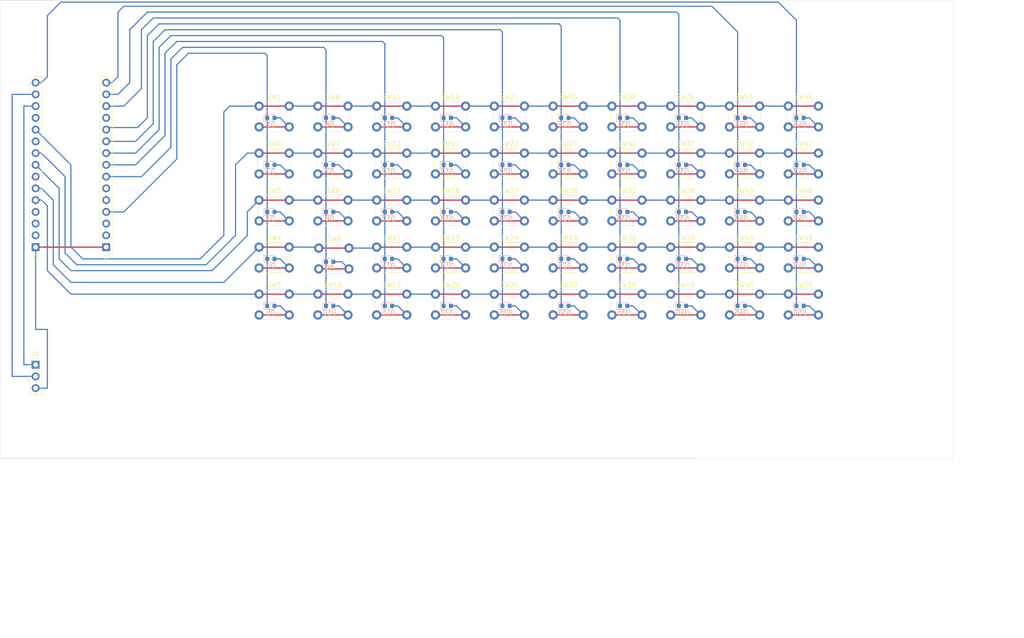
<source format=kicad_pcb>
(kicad_pcb (version 20171130) (host pcbnew 5.1.8+dfsg1-1+b1)
  (layers (0 F.Cu signal) (31 B.Cu signal) (34 B.Paste user) (35 F.Paste user) (36 B.SilkS user) (37 F.SilkS user) (38 B.Mask user) (39 F.Mask user) (44 Edge.Cuts user))
  (net 0 "")
  (net 1 /P1_19)
  (net 2 "Net-(D1-Pad2)")
  (net 3 "Net-(D2-Pad2)")
  (net 4 /P0_20)
  (net 5 "Net-(D3-Pad2)")
  (net 6 /P0_2)
  (net 7 "Net-(D4-Pad2)")
  (net 8 /P0_4)
  (net 9 /P0_5)
  (net 10 "Net-(D5-Pad2)")
  (net 11 "Net-(D6-Pad2)")
  (net 12 "Net-(D7-Pad2)")
  (net 13 "Net-(D8-Pad2)")
  (net 14 "Net-(D9-Pad2)")
  (net 15 "Net-(D10-Pad2)")
  (net 16 "Net-(D11-Pad2)")
  (net 17 "Net-(D12-Pad2)")
  (net 18 "Net-(D13-Pad2)")
  (net 19 "Net-(D14-Pad2)")
  (net 20 "Net-(D15-Pad2)")
  (net 21 "Net-(D16-Pad2)")
  (net 22 "Net-(D17-Pad2)")
  (net 23 "Net-(D18-Pad2)")
  (net 24 "Net-(D19-Pad2)")
  (net 25 "Net-(D20-Pad2)")
  (net 26 "Net-(D21-Pad2)")
  (net 27 "Net-(D22-Pad2)")
  (net 28 "Net-(D23-Pad2)")
  (net 29 "Net-(D24-Pad2)")
  (net 30 "Net-(D25-Pad2)")
  (net 31 "Net-(D26-Pad2)")
  (net 32 "Net-(D27-Pad2)")
  (net 33 "Net-(D28-Pad2)")
  (net 34 "Net-(D29-Pad2)")
  (net 35 "Net-(D30-Pad2)")
  (net 36 "Net-(D31-Pad2)")
  (net 37 "Net-(D32-Pad2)")
  (net 38 "Net-(D33-Pad2)")
  (net 39 "Net-(D34-Pad2)")
  (net 40 "Net-(D35-Pad2)")
  (net 41 "Net-(D36-Pad2)")
  (net 42 "Net-(D37-Pad2)")
  (net 43 "Net-(D38-Pad2)")
  (net 44 "Net-(D39-Pad2)")
  (net 45 "Net-(D40-Pad2)")
  (net 46 "Net-(D41-Pad2)")
  (net 47 "Net-(D42-Pad2)")
  (net 48 "Net-(D43-Pad2)")
  (net 49 "Net-(D44-Pad2)")
  (net 50 "Net-(D45-Pad2)")
  (net 51 "Net-(D46-Pad2)")
  (net 52 "Net-(D47-Pad2)")
  (net 53 "Net-(D48-Pad2)")
  (net 54 "Net-(D49-Pad2)")
  (net 55 "Net-(D50-Pad2)")
  (net 56 /P0_19)
  (net 57 /P0_18)
  (net 58 GND)
  (net 59 /P1_15)
  (net 60 /P0_23)
  (net 61 /P0_16)
  (net 62 "Net-(J2-Pad12)")
  (net 63 /P0_14)
  (net 64 /P0_13)
  (net 65 /P0_12)
  (net 66 /P0_11)
  (net 67 /P0_22)
  (net 68 "Net-(J2-Pad6)")
  (net 69 "Net-(J2-Pad5)")
  (net 70 /P0_8)
  (net 71 "Net-(J2-Pad3)")
  (net 72 "Net-(J2-Pad2)")
  (net 73 +3V3)
  (net 74 "Net-(J3-Pad3)")
  (net 75 "Net-(J3-Pad4)")
  (net 76 "Net-(J3-Pad7)")
  (net 77 "Net-(J3-Pad10)")
  (net 78 "Net-(J3-Pad12)")
  (net 79 /P0_17)
  (module Connector_PinHeader_2.54mm:PinHeader_1x03_P2.54mm_Vertical (layer F.Cu) (at 58.42 101.6)
    (fp_text reference J1 (at 0 -2.33) (layer F.SilkS))
    (fp_text value Conn_01x03)
    (pad 1 thru_hole rect (at 0 0) (size 1.7 1.7) (drill 1) (layers *.Cu *.Mask) (net 56 /P0_19))
    (pad 2 thru_hole oval (at 0 2.54) (size 1.7 1.7) (drill 1) (layers *.Cu *.Mask) (net 57 /P0_18))
    (pad 3 thru_hole oval (at 0 5.08) (size 1.7 1.7) (drill 1) (layers *.Cu *.Mask) (net 58 GND))
  )
  (module Connector_PinHeader_2.54mm:PinHeader_1x15_P2.54mm_Vertical (layer F.Cu) (at 73.66 76.2 180)
    (fp_text reference J2 (at 0 -2.33) (layer F.SilkS))
    (fp_text value Conn_01x15)
    (pad 15 thru_hole oval (at 0 35.56 180) (size 1.7 1.7) (drill 1) (layers *.Cu *.Mask) (net 59 /P1_15))
    (pad 14 thru_hole oval (at 0 33.02 180) (size 1.7 1.7) (drill 1) (layers *.Cu *.Mask) (net 60 /P0_23))
    (pad 13 thru_hole oval (at 0 30.48 180) (size 1.7 1.7) (drill 1) (layers *.Cu *.Mask) (net 61 /P0_16))
    (pad 12 thru_hole oval (at 0 27.94 180) (size 1.7 1.7) (drill 1) (layers *.Cu *.Mask) (net 62 "Net-(J2-Pad12)"))
    (pad 11 thru_hole oval (at 0 25.4 180) (size 1.7 1.7) (drill 1) (layers *.Cu *.Mask) (net 63 /P0_14))
    (pad 10 thru_hole oval (at 0 22.86 180) (size 1.7 1.7) (drill 1) (layers *.Cu *.Mask) (net 64 /P0_13))
    (pad 9 thru_hole oval (at 0 20.32 180) (size 1.7 1.7) (drill 1) (layers *.Cu *.Mask) (net 65 /P0_12))
    (pad 8 thru_hole oval (at 0 17.78 180) (size 1.7 1.7) (drill 1) (layers *.Cu *.Mask) (net 66 /P0_11))
    (pad 7 thru_hole oval (at 0 15.24 180) (size 1.7 1.7) (drill 1) (layers *.Cu *.Mask) (net 67 /P0_22))
    (pad 6 thru_hole oval (at 0 12.7 180) (size 1.7 1.7) (drill 1) (layers *.Cu *.Mask) (net 68 "Net-(J2-Pad6)"))
    (pad 5 thru_hole oval (at 0 10.16 180) (size 1.7 1.7) (drill 1) (layers *.Cu *.Mask) (net 69 "Net-(J2-Pad5)"))
    (pad 4 thru_hole oval (at 0 7.62 180) (size 1.7 1.7) (drill 1) (layers *.Cu *.Mask) (net 70 /P0_8))
    (pad 3 thru_hole oval (at 0 5.08 180) (size 1.7 1.7) (drill 1) (layers *.Cu *.Mask) (net 71 "Net-(J2-Pad3)"))
    (pad 2 thru_hole oval (at 0 2.54 180) (size 1.7 1.7) (drill 1) (layers *.Cu *.Mask) (net 72 "Net-(J2-Pad2)"))
    (pad 1 thru_hole rect (at 0 0 180) (size 1.7 1.7) (drill 1) (layers *.Cu *.Mask) (net 58 GND))
  )
  (module Connector_PinHeader_2.54mm:PinHeader_1x15_P2.54mm_Vertical (layer F.Cu) (at 58.42 76.2 180)
    (fp_text reference J3 (at 0 -2.33) (layer F.SilkS))
    (fp_text value Conn_01x15)
    (pad 1 thru_hole rect (at 0 0 180) (size 1.7 1.7) (drill 1) (layers *.Cu *.Mask) (net 58 GND))
    (pad 2 thru_hole oval (at 0 2.54 180) (size 1.7 1.7) (drill 1) (layers *.Cu *.Mask) (net 73 +3V3))
    (pad 3 thru_hole oval (at 0 5.08 180) (size 1.7 1.7) (drill 1) (layers *.Cu *.Mask) (net 74 "Net-(J3-Pad3)"))
    (pad 4 thru_hole oval (at 0 7.62 180) (size 1.7 1.7) (drill 1) (layers *.Cu *.Mask) (net 75 "Net-(J3-Pad4)"))
    (pad 5 thru_hole oval (at 0 10.16 180) (size 1.7 1.7) (drill 1) (layers *.Cu *.Mask) (net 9 /P0_5))
    (pad 6 thru_hole oval (at 0 12.7 180) (size 1.7 1.7) (drill 1) (layers *.Cu *.Mask) (net 8 /P0_4))
    (pad 7 thru_hole oval (at 0 15.24 180) (size 1.7 1.7) (drill 1) (layers *.Cu *.Mask) (net 76 "Net-(J3-Pad7)"))
    (pad 8 thru_hole oval (at 0 17.78 180) (size 1.7 1.7) (drill 1) (layers *.Cu *.Mask) (net 6 /P0_2))
    (pad 9 thru_hole oval (at 0 20.32 180) (size 1.7 1.7) (drill 1) (layers *.Cu *.Mask) (net 4 /P0_20))
    (pad 10 thru_hole oval (at 0 22.86 180) (size 1.7 1.7) (drill 1) (layers *.Cu *.Mask) (net 77 "Net-(J3-Pad10)"))
    (pad 11 thru_hole oval (at 0 25.4 180) (size 1.7 1.7) (drill 1) (layers *.Cu *.Mask) (net 1 /P1_19))
    (pad 12 thru_hole oval (at 0 27.94 180) (size 1.7 1.7) (drill 1) (layers *.Cu *.Mask) (net 78 "Net-(J3-Pad12)"))
    (pad 13 thru_hole oval (at 0 30.48 180) (size 1.7 1.7) (drill 1) (layers *.Cu *.Mask) (net 56 /P0_19))
    (pad 14 thru_hole oval (at 0 33.02 180) (size 1.7 1.7) (drill 1) (layers *.Cu *.Mask) (net 57 /P0_18))
    (pad 15 thru_hole oval (at 0 35.56 180) (size 1.7 1.7) (drill 1) (layers *.Cu *.Mask) (net 79 /P0_17))
  )
  (module Diode_SMD:D_0603_1608Metric (layer B.Cu) (at 109.22 48.26)
    (fp_text reference D1 (at 0 1.43) (layer B.SilkS) (effects (justify mirror)))
    (fp_text value D_Small)
    (pad 2 smd roundrect (at 0.7875 0) (size 0.875 0.95) (layers B.Cu B.Paste B.Mask) (net 2 "Net-(D1-Pad2)"))
    (pad 1 smd roundrect (at -0.7875 0) (size 0.875 0.95) (layers B.Cu B.Paste B.Mask) (net 70 /P0_8))
  )
  (module Diode_SMD:D_0603_1608Metric (layer B.Cu) (at 109.22 58.42)
    (fp_text reference D2 (at 0 1.43) (layer B.SilkS) (effects (justify mirror)))
    (fp_text value D_Small)
    (pad 2 smd roundrect (at 0.7875 0) (size 0.875 0.95) (layers B.Cu B.Paste B.Mask) (net 3 "Net-(D2-Pad2)"))
    (pad 1 smd roundrect (at -0.7875 0) (size 0.875 0.95) (layers B.Cu B.Paste B.Mask) (net 70 /P0_8))
  )
  (module Diode_SMD:D_0603_1608Metric (layer B.Cu) (at 109.22 68.58)
    (fp_text reference D3 (at 0 1.43) (layer B.SilkS) (effects (justify mirror)))
    (fp_text value D_Small)
    (pad 2 smd roundrect (at 0.7875 0) (size 0.875 0.95) (layers B.Cu B.Paste B.Mask) (net 5 "Net-(D3-Pad2)"))
    (pad 1 smd roundrect (at -0.7875 0) (size 0.875 0.95) (layers B.Cu B.Paste B.Mask) (net 70 /P0_8))
  )
  (module Diode_SMD:D_0603_1608Metric (layer B.Cu) (at 109.22 78.74)
    (fp_text reference D4 (at 0 1.43) (layer B.SilkS) (effects (justify mirror)))
    (fp_text value D_Small)
    (pad 2 smd roundrect (at 0.7875 0) (size 0.875 0.95) (layers B.Cu B.Paste B.Mask) (net 7 "Net-(D4-Pad2)"))
    (pad 1 smd roundrect (at -0.7875 0) (size 0.875 0.95) (layers B.Cu B.Paste B.Mask) (net 70 /P0_8))
  )
  (module Diode_SMD:D_0603_1608Metric (layer B.Cu) (at 109.22 88.9)
    (fp_text reference D5 (at 0 1.43) (layer B.SilkS) (effects (justify mirror)))
    (fp_text value D_Small)
    (pad 2 smd roundrect (at 0.7875 0) (size 0.875 0.95) (layers B.Cu B.Paste B.Mask) (net 10 "Net-(D5-Pad2)"))
    (pad 1 smd roundrect (at -0.7875 0) (size 0.875 0.95) (layers B.Cu B.Paste B.Mask) (net 70 /P0_8))
  )
  (module Diode_SMD:D_0603_1608Metric (layer B.Cu) (at 121.92 48.26)
    (fp_text reference D6 (at 0 1.43) (layer B.SilkS) (effects (justify mirror)))
    (fp_text value D_Small)
    (pad 2 smd roundrect (at 0.7875 0) (size 0.875 0.95) (layers B.Cu B.Paste B.Mask) (net 11 "Net-(D6-Pad2)"))
    (pad 1 smd roundrect (at -0.7875 0) (size 0.875 0.95) (layers B.Cu B.Paste B.Mask) (net 67 /P0_22))
  )
  (module Diode_SMD:D_0603_1608Metric (layer B.Cu) (at 121.92 58.42)
    (fp_text reference D7 (at 0 1.43) (layer B.SilkS) (effects (justify mirror)))
    (fp_text value D_Small)
    (pad 2 smd roundrect (at 0.7875 0) (size 0.875 0.95) (layers B.Cu B.Paste B.Mask) (net 12 "Net-(D7-Pad2)"))
    (pad 1 smd roundrect (at -0.7875 0) (size 0.875 0.95) (layers B.Cu B.Paste B.Mask) (net 67 /P0_22))
  )
  (module Diode_SMD:D_0603_1608Metric (layer B.Cu) (at 121.92 68.58)
    (fp_text reference D8 (at 0 1.43) (layer B.SilkS) (effects (justify mirror)))
    (fp_text value D_Small)
    (pad 2 smd roundrect (at 0.7875 0) (size 0.875 0.95) (layers B.Cu B.Paste B.Mask) (net 13 "Net-(D8-Pad2)"))
    (pad 1 smd roundrect (at -0.7875 0) (size 0.875 0.95) (layers B.Cu B.Paste B.Mask) (net 67 /P0_22))
  )
  (module Diode_SMD:D_0603_1608Metric (layer B.Cu) (at 121.92 79.375)
    (fp_text reference D9 (at 0 1.43) (layer B.SilkS) (effects (justify mirror)))
    (fp_text value D_Small)
    (pad 2 smd roundrect (at 0.7875 0) (size 0.875 0.95) (layers B.Cu B.Paste B.Mask) (net 14 "Net-(D9-Pad2)"))
    (pad 1 smd roundrect (at -0.7875 0) (size 0.875 0.95) (layers B.Cu B.Paste B.Mask) (net 67 /P0_22))
  )
  (module Diode_SMD:D_0603_1608Metric (layer B.Cu) (at 121.92 88.9)
    (fp_text reference D10 (at 0 1.43) (layer B.SilkS) (effects (justify mirror)))
    (fp_text value D_Small)
    (pad 2 smd roundrect (at 0.7875 0) (size 0.875 0.95) (layers B.Cu B.Paste B.Mask) (net 15 "Net-(D10-Pad2)"))
    (pad 1 smd roundrect (at -0.7875 0) (size 0.875 0.95) (layers B.Cu B.Paste B.Mask) (net 67 /P0_22))
  )
  (module Diode_SMD:D_0603_1608Metric (layer B.Cu) (at 134.62 48.26)
    (fp_text reference D11 (at 0 1.43) (layer B.SilkS) (effects (justify mirror)))
    (fp_text value D_Small)
    (pad 2 smd roundrect (at 0.7875 0) (size 0.875 0.95) (layers B.Cu B.Paste B.Mask) (net 16 "Net-(D11-Pad2)"))
    (pad 1 smd roundrect (at -0.7875 0) (size 0.875 0.95) (layers B.Cu B.Paste B.Mask) (net 66 /P0_11))
  )
  (module Diode_SMD:D_0603_1608Metric (layer B.Cu) (at 134.62 58.42)
    (fp_text reference D12 (at 0 1.43) (layer B.SilkS) (effects (justify mirror)))
    (fp_text value D_Small)
    (pad 1 smd roundrect (at -0.7875 0) (size 0.875 0.95) (layers B.Cu B.Paste B.Mask) (net 66 /P0_11))
    (pad 2 smd roundrect (at 0.7875 0) (size 0.875 0.95) (layers B.Cu B.Paste B.Mask) (net 17 "Net-(D12-Pad2)"))
  )
  (module Diode_SMD:D_0603_1608Metric (layer B.Cu) (at 134.62 68.58)
    (fp_text reference D13 (at 0 1.43) (layer B.SilkS) (effects (justify mirror)))
    (fp_text value D_Small)
    (pad 1 smd roundrect (at -0.7875 0) (size 0.875 0.95) (layers B.Cu B.Paste B.Mask) (net 66 /P0_11))
    (pad 2 smd roundrect (at 0.7875 0) (size 0.875 0.95) (layers B.Cu B.Paste B.Mask) (net 18 "Net-(D13-Pad2)"))
  )
  (module Diode_SMD:D_0603_1608Metric (layer B.Cu) (at 134.62 78.74)
    (fp_text reference D14 (at 0 1.43) (layer B.SilkS) (effects (justify mirror)))
    (fp_text value D_Small)
    (pad 1 smd roundrect (at -0.7875 0) (size 0.875 0.95) (layers B.Cu B.Paste B.Mask) (net 66 /P0_11))
    (pad 2 smd roundrect (at 0.7875 0) (size 0.875 0.95) (layers B.Cu B.Paste B.Mask) (net 19 "Net-(D14-Pad2)"))
  )
  (module Diode_SMD:D_0603_1608Metric (layer B.Cu) (at 134.62 88.9)
    (fp_text reference D15 (at 0 1.43) (layer B.SilkS) (effects (justify mirror)))
    (fp_text value D_Small)
    (pad 1 smd roundrect (at -0.7875 0) (size 0.875 0.95) (layers B.Cu B.Paste B.Mask) (net 66 /P0_11))
    (pad 2 smd roundrect (at 0.7875 0) (size 0.875 0.95) (layers B.Cu B.Paste B.Mask) (net 20 "Net-(D15-Pad2)"))
  )
  (module Diode_SMD:D_0603_1608Metric (layer B.Cu) (at 147.32 48.26)
    (fp_text reference D16 (at 0 1.43) (layer B.SilkS) (effects (justify mirror)))
    (fp_text value D_Small)
    (pad 1 smd roundrect (at -0.7875 0) (size 0.875 0.95) (layers B.Cu B.Paste B.Mask) (net 65 /P0_12))
    (pad 2 smd roundrect (at 0.7875 0) (size 0.875 0.95) (layers B.Cu B.Paste B.Mask) (net 21 "Net-(D16-Pad2)"))
  )
  (module Diode_SMD:D_0603_1608Metric (layer B.Cu) (at 147.32 58.42)
    (fp_text reference D17 (at 0 1.43) (layer B.SilkS) (effects (justify mirror)))
    (fp_text value D_Small)
    (pad 1 smd roundrect (at -0.7875 0) (size 0.875 0.95) (layers B.Cu B.Paste B.Mask) (net 65 /P0_12))
    (pad 2 smd roundrect (at 0.7875 0) (size 0.875 0.95) (layers B.Cu B.Paste B.Mask) (net 22 "Net-(D17-Pad2)"))
  )
  (module Diode_SMD:D_0603_1608Metric (layer B.Cu) (at 147.32 68.58)
    (fp_text reference D18 (at 0 1.43) (layer B.SilkS) (effects (justify mirror)))
    (fp_text value D_Small)
    (pad 1 smd roundrect (at -0.7875 0) (size 0.875 0.95) (layers B.Cu B.Paste B.Mask) (net 65 /P0_12))
    (pad 2 smd roundrect (at 0.7875 0) (size 0.875 0.95) (layers B.Cu B.Paste B.Mask) (net 23 "Net-(D18-Pad2)"))
  )
  (module Diode_SMD:D_0603_1608Metric (layer B.Cu) (at 147.32 78.74)
    (fp_text reference D19 (at 0 1.43) (layer B.SilkS) (effects (justify mirror)))
    (fp_text value D_Small)
    (pad 1 smd roundrect (at -0.7875 0) (size 0.875 0.95) (layers B.Cu B.Paste B.Mask) (net 65 /P0_12))
    (pad 2 smd roundrect (at 0.7875 0) (size 0.875 0.95) (layers B.Cu B.Paste B.Mask) (net 24 "Net-(D19-Pad2)"))
  )
  (module Diode_SMD:D_0603_1608Metric (layer B.Cu) (at 147.32 88.9)
    (fp_text reference D20 (at 0 1.43) (layer B.SilkS) (effects (justify mirror)))
    (fp_text value D_Small)
    (pad 1 smd roundrect (at -0.7875 0) (size 0.875 0.95) (layers B.Cu B.Paste B.Mask) (net 65 /P0_12))
    (pad 2 smd roundrect (at 0.7875 0) (size 0.875 0.95) (layers B.Cu B.Paste B.Mask) (net 25 "Net-(D20-Pad2)"))
  )
  (module Diode_SMD:D_0603_1608Metric (layer B.Cu) (at 160.02 48.26)
    (fp_text reference D21 (at 0 1.43) (layer B.SilkS) (effects (justify mirror)))
    (fp_text value D_Small)
    (pad 1 smd roundrect (at -0.7875 0) (size 0.875 0.95) (layers B.Cu B.Paste B.Mask) (net 64 /P0_13))
    (pad 2 smd roundrect (at 0.7875 0) (size 0.875 0.95) (layers B.Cu B.Paste B.Mask) (net 26 "Net-(D21-Pad2)"))
  )
  (module Diode_SMD:D_0603_1608Metric (layer B.Cu) (at 160.02 58.42)
    (fp_text reference D22 (at 0 1.43) (layer B.SilkS) (effects (justify mirror)))
    (fp_text value D_Small)
    (pad 2 smd roundrect (at 0.7875 0) (size 0.875 0.95) (layers B.Cu B.Paste B.Mask) (net 27 "Net-(D22-Pad2)"))
    (pad 1 smd roundrect (at -0.7875 0) (size 0.875 0.95) (layers B.Cu B.Paste B.Mask) (net 64 /P0_13))
  )
  (module Diode_SMD:D_0603_1608Metric (layer B.Cu) (at 160.02 68.58)
    (fp_text reference D23 (at 0 1.43) (layer B.SilkS) (effects (justify mirror)))
    (fp_text value D_Small)
    (pad 2 smd roundrect (at 0.7875 0) (size 0.875 0.95) (layers B.Cu B.Paste B.Mask) (net 28 "Net-(D23-Pad2)"))
    (pad 1 smd roundrect (at -0.7875 0) (size 0.875 0.95) (layers B.Cu B.Paste B.Mask) (net 64 /P0_13))
  )
  (module Diode_SMD:D_0603_1608Metric (layer B.Cu) (at 160.02 78.74)
    (fp_text reference D24 (at 0 1.43) (layer B.SilkS) (effects (justify mirror)))
    (fp_text value D_Small)
    (pad 2 smd roundrect (at 0.7875 0) (size 0.875 0.95) (layers B.Cu B.Paste B.Mask) (net 29 "Net-(D24-Pad2)"))
    (pad 1 smd roundrect (at -0.7875 0) (size 0.875 0.95) (layers B.Cu B.Paste B.Mask) (net 64 /P0_13))
  )
  (module Diode_SMD:D_0603_1608Metric (layer B.Cu) (at 160.02 88.9)
    (fp_text reference D25 (at 0 1.43) (layer B.SilkS) (effects (justify mirror)))
    (fp_text value D_Small)
    (pad 2 smd roundrect (at 0.7875 0) (size 0.875 0.95) (layers B.Cu B.Paste B.Mask) (net 30 "Net-(D25-Pad2)"))
    (pad 1 smd roundrect (at -0.7875 0) (size 0.875 0.95) (layers B.Cu B.Paste B.Mask) (net 64 /P0_13))
  )
  (module Diode_SMD:D_0603_1608Metric (layer B.Cu) (at 172.72 48.26)
    (fp_text reference D26 (at 0 1.43) (layer B.SilkS) (effects (justify mirror)))
    (fp_text value D_Small)
    (pad 2 smd roundrect (at 0.7875 0) (size 0.875 0.95) (layers B.Cu B.Paste B.Mask) (net 31 "Net-(D26-Pad2)"))
    (pad 1 smd roundrect (at -0.7875 0) (size 0.875 0.95) (layers B.Cu B.Paste B.Mask) (net 63 /P0_14))
  )
  (module Diode_SMD:D_0603_1608Metric (layer B.Cu) (at 172.72 58.42)
    (fp_text reference D27 (at 0 1.43) (layer B.SilkS) (effects (justify mirror)))
    (fp_text value D_Small)
    (pad 2 smd roundrect (at 0.7875 0) (size 0.875 0.95) (layers B.Cu B.Paste B.Mask) (net 32 "Net-(D27-Pad2)"))
    (pad 1 smd roundrect (at -0.7875 0) (size 0.875 0.95) (layers B.Cu B.Paste B.Mask) (net 63 /P0_14))
  )
  (module Diode_SMD:D_0603_1608Metric (layer B.Cu) (at 172.72 68.58)
    (fp_text reference D28 (at 0 1.43) (layer B.SilkS) (effects (justify mirror)))
    (fp_text value D_Small)
    (pad 2 smd roundrect (at 0.7875 0) (size 0.875 0.95) (layers B.Cu B.Paste B.Mask) (net 33 "Net-(D28-Pad2)"))
    (pad 1 smd roundrect (at -0.7875 0) (size 0.875 0.95) (layers B.Cu B.Paste B.Mask) (net 63 /P0_14))
  )
  (module Diode_SMD:D_0603_1608Metric (layer B.Cu) (at 172.72 78.74)
    (fp_text reference D29 (at 0 1.43) (layer B.SilkS) (effects (justify mirror)))
    (fp_text value D_Small)
    (pad 2 smd roundrect (at 0.7875 0) (size 0.875 0.95) (layers B.Cu B.Paste B.Mask) (net 34 "Net-(D29-Pad2)"))
    (pad 1 smd roundrect (at -0.7875 0) (size 0.875 0.95) (layers B.Cu B.Paste B.Mask) (net 63 /P0_14))
  )
  (module Diode_SMD:D_0603_1608Metric (layer B.Cu) (at 172.72 88.9)
    (fp_text reference D30 (at 0 1.43) (layer B.SilkS) (effects (justify mirror)))
    (fp_text value D_Small)
    (pad 2 smd roundrect (at 0.7875 0) (size 0.875 0.95) (layers B.Cu B.Paste B.Mask) (net 35 "Net-(D30-Pad2)"))
    (pad 1 smd roundrect (at -0.7875 0) (size 0.875 0.95) (layers B.Cu B.Paste B.Mask) (net 63 /P0_14))
  )
  (module Diode_SMD:D_0603_1608Metric (layer B.Cu) (at 185.42 48.26)
    (fp_text reference D31 (at 0 1.43) (layer B.SilkS) (effects (justify mirror)))
    (fp_text value D_Small)
    (pad 1 smd roundrect (at -0.7875 0) (size 0.875 0.95) (layers B.Cu B.Paste B.Mask) (net 61 /P0_16))
    (pad 2 smd roundrect (at 0.7875 0) (size 0.875 0.95) (layers B.Cu B.Paste B.Mask) (net 36 "Net-(D31-Pad2)"))
  )
  (module Diode_SMD:D_0603_1608Metric (layer B.Cu) (at 185.42 58.42)
    (fp_text reference D32 (at 0 1.43) (layer B.SilkS) (effects (justify mirror)))
    (fp_text value D_Small)
    (pad 1 smd roundrect (at -0.7875 0) (size 0.875 0.95) (layers B.Cu B.Paste B.Mask) (net 61 /P0_16))
    (pad 2 smd roundrect (at 0.7875 0) (size 0.875 0.95) (layers B.Cu B.Paste B.Mask) (net 37 "Net-(D32-Pad2)"))
  )
  (module Diode_SMD:D_0603_1608Metric (layer B.Cu) (at 185.42 68.58)
    (fp_text reference D33 (at 0 1.43) (layer B.SilkS) (effects (justify mirror)))
    (fp_text value D_Small)
    (pad 1 smd roundrect (at -0.7875 0) (size 0.875 0.95) (layers B.Cu B.Paste B.Mask) (net 61 /P0_16))
    (pad 2 smd roundrect (at 0.7875 0) (size 0.875 0.95) (layers B.Cu B.Paste B.Mask) (net 38 "Net-(D33-Pad2)"))
  )
  (module Diode_SMD:D_0603_1608Metric (layer B.Cu) (at 185.42 78.74)
    (fp_text reference D34 (at 0 1.43) (layer B.SilkS) (effects (justify mirror)))
    (fp_text value D_Small)
    (pad 1 smd roundrect (at -0.7875 0) (size 0.875 0.95) (layers B.Cu B.Paste B.Mask) (net 61 /P0_16))
    (pad 2 smd roundrect (at 0.7875 0) (size 0.875 0.95) (layers B.Cu B.Paste B.Mask) (net 39 "Net-(D34-Pad2)"))
  )
  (module Diode_SMD:D_0603_1608Metric (layer B.Cu) (at 185.42 88.9)
    (fp_text reference D35 (at 0 1.43) (layer B.SilkS) (effects (justify mirror)))
    (fp_text value D_Small)
    (pad 1 smd roundrect (at -0.7875 0) (size 0.875 0.95) (layers B.Cu B.Paste B.Mask) (net 61 /P0_16))
    (pad 2 smd roundrect (at 0.7875 0) (size 0.875 0.95) (layers B.Cu B.Paste B.Mask) (net 40 "Net-(D35-Pad2)"))
  )
  (module Diode_SMD:D_0603_1608Metric (layer B.Cu) (at 198.12 48.26)
    (fp_text reference D36 (at 0 1.43) (layer B.SilkS) (effects (justify mirror)))
    (fp_text value D_Small)
    (pad 1 smd roundrect (at -0.7875 0) (size 0.875 0.95) (layers B.Cu B.Paste B.Mask) (net 60 /P0_23))
    (pad 2 smd roundrect (at 0.7875 0) (size 0.875 0.95) (layers B.Cu B.Paste B.Mask) (net 41 "Net-(D36-Pad2)"))
  )
  (module Diode_SMD:D_0603_1608Metric (layer B.Cu) (at 198.12 58.42)
    (fp_text reference D37 (at 0 1.43) (layer B.SilkS) (effects (justify mirror)))
    (fp_text value D_Small)
    (pad 1 smd roundrect (at -0.7875 0) (size 0.875 0.95) (layers B.Cu B.Paste B.Mask) (net 60 /P0_23))
    (pad 2 smd roundrect (at 0.7875 0) (size 0.875 0.95) (layers B.Cu B.Paste B.Mask) (net 42 "Net-(D37-Pad2)"))
  )
  (module Diode_SMD:D_0603_1608Metric (layer B.Cu) (at 198.12 68.58)
    (fp_text reference D38 (at 0 1.43) (layer B.SilkS) (effects (justify mirror)))
    (fp_text value D_Small)
    (pad 1 smd roundrect (at -0.7875 0) (size 0.875 0.95) (layers B.Cu B.Paste B.Mask) (net 60 /P0_23))
    (pad 2 smd roundrect (at 0.7875 0) (size 0.875 0.95) (layers B.Cu B.Paste B.Mask) (net 43 "Net-(D38-Pad2)"))
  )
  (module Diode_SMD:D_0603_1608Metric (layer B.Cu) (at 198.12 78.74)
    (fp_text reference D39 (at 0 1.43) (layer B.SilkS) (effects (justify mirror)))
    (fp_text value D_Small)
    (pad 1 smd roundrect (at -0.7875 0) (size 0.875 0.95) (layers B.Cu B.Paste B.Mask) (net 60 /P0_23))
    (pad 2 smd roundrect (at 0.7875 0) (size 0.875 0.95) (layers B.Cu B.Paste B.Mask) (net 44 "Net-(D39-Pad2)"))
  )
  (module Diode_SMD:D_0603_1608Metric (layer B.Cu) (at 198.12 88.9)
    (fp_text reference D40 (at 0 1.43) (layer B.SilkS) (effects (justify mirror)))
    (fp_text value D_Small)
    (pad 2 smd roundrect (at 0.7875 0) (size 0.875 0.95) (layers B.Cu B.Paste B.Mask) (net 45 "Net-(D40-Pad2)"))
    (pad 1 smd roundrect (at -0.7875 0) (size 0.875 0.95) (layers B.Cu B.Paste B.Mask) (net 60 /P0_23))
  )
  (module Diode_SMD:D_0603_1608Metric (layer B.Cu) (at 210.82 48.26)
    (fp_text reference D41 (at 0 1.43) (layer B.SilkS) (effects (justify mirror)))
    (fp_text value D_Small)
    (pad 2 smd roundrect (at 0.7875 0) (size 0.875 0.95) (layers B.Cu B.Paste B.Mask) (net 46 "Net-(D41-Pad2)"))
    (pad 1 smd roundrect (at -0.7875 0) (size 0.875 0.95) (layers B.Cu B.Paste B.Mask) (net 59 /P1_15))
  )
  (module Diode_SMD:D_0603_1608Metric (layer B.Cu) (at 210.82 58.42)
    (fp_text reference D42 (at 0 1.43) (layer B.SilkS) (effects (justify mirror)))
    (fp_text value D_Small)
    (pad 2 smd roundrect (at 0.7875 0) (size 0.875 0.95) (layers B.Cu B.Paste B.Mask) (net 47 "Net-(D42-Pad2)"))
    (pad 1 smd roundrect (at -0.7875 0) (size 0.875 0.95) (layers B.Cu B.Paste B.Mask) (net 59 /P1_15))
  )
  (module Diode_SMD:D_0603_1608Metric (layer B.Cu) (at 210.82 68.58)
    (fp_text reference D43 (at 0 1.43) (layer B.SilkS) (effects (justify mirror)))
    (fp_text value D_Small)
    (pad 2 smd roundrect (at 0.7875 0) (size 0.875 0.95) (layers B.Cu B.Paste B.Mask) (net 48 "Net-(D43-Pad2)"))
    (pad 1 smd roundrect (at -0.7875 0) (size 0.875 0.95) (layers B.Cu B.Paste B.Mask) (net 59 /P1_15))
  )
  (module Diode_SMD:D_0603_1608Metric (layer B.Cu) (at 210.82 78.74)
    (fp_text reference D44 (at 0 1.43) (layer B.SilkS) (effects (justify mirror)))
    (fp_text value D_Small)
    (pad 2 smd roundrect (at 0.7875 0) (size 0.875 0.95) (layers B.Cu B.Paste B.Mask) (net 49 "Net-(D44-Pad2)"))
    (pad 1 smd roundrect (at -0.7875 0) (size 0.875 0.95) (layers B.Cu B.Paste B.Mask) (net 59 /P1_15))
  )
  (module Diode_SMD:D_0603_1608Metric (layer B.Cu) (at 210.82 88.9)
    (fp_text reference D45 (at 0 1.43) (layer B.SilkS) (effects (justify mirror)))
    (fp_text value D_Small)
    (pad 1 smd roundrect (at -0.7875 0) (size 0.875 0.95) (layers B.Cu B.Paste B.Mask) (net 59 /P1_15))
    (pad 2 smd roundrect (at 0.7875 0) (size 0.875 0.95) (layers B.Cu B.Paste B.Mask) (net 50 "Net-(D45-Pad2)"))
  )
  (module Diode_SMD:D_0603_1608Metric (layer B.Cu) (at 223.52 48.26)
    (fp_text reference D46 (at 0 1.43) (layer B.SilkS) (effects (justify mirror)))
    (fp_text value D_Small)
    (pad 1 smd roundrect (at -0.7875 0) (size 0.875 0.95) (layers B.Cu B.Paste B.Mask) (net 79 /P0_17))
    (pad 2 smd roundrect (at 0.7875 0) (size 0.875 0.95) (layers B.Cu B.Paste B.Mask) (net 51 "Net-(D46-Pad2)"))
  )
  (module Diode_SMD:D_0603_1608Metric (layer B.Cu) (at 223.52 58.42)
    (fp_text reference D47 (at 0 1.43) (layer B.SilkS) (effects (justify mirror)))
    (fp_text value D_Small)
    (pad 1 smd roundrect (at -0.7875 0) (size 0.875 0.95) (layers B.Cu B.Paste B.Mask) (net 79 /P0_17))
    (pad 2 smd roundrect (at 0.7875 0) (size 0.875 0.95) (layers B.Cu B.Paste B.Mask) (net 52 "Net-(D47-Pad2)"))
  )
  (module Diode_SMD:D_0603_1608Metric (layer B.Cu) (at 223.52 68.58)
    (fp_text reference D48 (at 0 1.43) (layer B.SilkS) (effects (justify mirror)))
    (fp_text value D_Small)
    (pad 1 smd roundrect (at -0.7875 0) (size 0.875 0.95) (layers B.Cu B.Paste B.Mask) (net 79 /P0_17))
    (pad 2 smd roundrect (at 0.7875 0) (size 0.875 0.95) (layers B.Cu B.Paste B.Mask) (net 53 "Net-(D48-Pad2)"))
  )
  (module Diode_SMD:D_0603_1608Metric (layer B.Cu) (at 223.52 78.74)
    (fp_text reference D49 (at 0 1.43) (layer B.SilkS) (effects (justify mirror)))
    (fp_text value D_Small)
    (pad 1 smd roundrect (at -0.7875 0) (size 0.875 0.95) (layers B.Cu B.Paste B.Mask) (net 79 /P0_17))
    (pad 2 smd roundrect (at 0.7875 0) (size 0.875 0.95) (layers B.Cu B.Paste B.Mask) (net 54 "Net-(D49-Pad2)"))
  )
  (module Diode_SMD:D_0603_1608Metric (layer B.Cu) (at 223.52 88.9)
    (fp_text reference D50 (at 0 1.43) (layer B.SilkS) (effects (justify mirror)))
    (fp_text value D_Small)
    (pad 1 smd roundrect (at -0.7875 0) (size 0.875 0.95) (layers B.Cu B.Paste B.Mask) (net 79 /P0_17))
    (pad 2 smd roundrect (at 0.7875 0) (size 0.875 0.95) (layers B.Cu B.Paste B.Mask) (net 55 "Net-(D50-Pad2)"))
  )
  (module Button_Switch_THT:SW_PUSH_6mm_H7.3mm (layer F.Cu) (at 106.68 45.72)
    (fp_text reference SW1 (at 3.25 -2) (layer F.SilkS))
    (fp_text value SW_Push)
    (pad 2 thru_hole circle (at 0 4.5 90) (size 2 2) (drill 1.1) (layers *.Cu *.Mask) (net 2 "Net-(D1-Pad2)"))
    (pad 1 thru_hole circle (at 0 0 90) (size 2 2) (drill 1.1) (layers *.Cu *.Mask) (net 1 /P1_19))
    (pad 2 thru_hole circle (at 6.5 4.5 90) (size 2 2) (drill 1.1) (layers *.Cu *.Mask) (net 2 "Net-(D1-Pad2)"))
    (pad 1 thru_hole circle (at 6.5 0 90) (size 2 2) (drill 1.1) (layers *.Cu *.Mask) (net 1 /P1_19))
  )
  (module Button_Switch_THT:SW_PUSH_6mm_H7.3mm (layer F.Cu) (at 106.68 55.88)
    (fp_text reference SW2 (at 3.25 -2) (layer F.SilkS))
    (fp_text value SW_Push)
    (pad 2 thru_hole circle (at 0 4.5 90) (size 2 2) (drill 1.1) (layers *.Cu *.Mask) (net 3 "Net-(D2-Pad2)"))
    (pad 1 thru_hole circle (at 0 0 90) (size 2 2) (drill 1.1) (layers *.Cu *.Mask) (net 4 /P0_20))
    (pad 2 thru_hole circle (at 6.5 4.5 90) (size 2 2) (drill 1.1) (layers *.Cu *.Mask) (net 3 "Net-(D2-Pad2)"))
    (pad 1 thru_hole circle (at 6.5 0 90) (size 2 2) (drill 1.1) (layers *.Cu *.Mask) (net 4 /P0_20))
  )
  (module Button_Switch_THT:SW_PUSH_6mm_H7.3mm (layer F.Cu) (at 106.68 66.04)
    (fp_text reference SW3 (at 3.25 -2) (layer F.SilkS))
    (fp_text value SW_Push)
    (pad 2 thru_hole circle (at 0 4.5 90) (size 2 2) (drill 1.1) (layers *.Cu *.Mask) (net 5 "Net-(D3-Pad2)"))
    (pad 1 thru_hole circle (at 0 0 90) (size 2 2) (drill 1.1) (layers *.Cu *.Mask) (net 6 /P0_2))
    (pad 2 thru_hole circle (at 6.5 4.5 90) (size 2 2) (drill 1.1) (layers *.Cu *.Mask) (net 5 "Net-(D3-Pad2)"))
    (pad 1 thru_hole circle (at 6.5 0 90) (size 2 2) (drill 1.1) (layers *.Cu *.Mask) (net 6 /P0_2))
  )
  (module Button_Switch_THT:SW_PUSH_6mm_H7.3mm (layer F.Cu) (at 106.68 76.2)
    (fp_text reference SW4 (at 3.25 -2) (layer F.SilkS))
    (fp_text value SW_Push)
    (pad 2 thru_hole circle (at 0 4.5 90) (size 2 2) (drill 1.1) (layers *.Cu *.Mask) (net 7 "Net-(D4-Pad2)"))
    (pad 1 thru_hole circle (at 0 0 90) (size 2 2) (drill 1.1) (layers *.Cu *.Mask) (net 8 /P0_4))
    (pad 2 thru_hole circle (at 6.5 4.5 90) (size 2 2) (drill 1.1) (layers *.Cu *.Mask) (net 7 "Net-(D4-Pad2)"))
    (pad 1 thru_hole circle (at 6.5 0 90) (size 2 2) (drill 1.1) (layers *.Cu *.Mask) (net 8 /P0_4))
  )
  (module Button_Switch_THT:SW_PUSH_6mm_H7.3mm (layer F.Cu) (at 106.68 86.36)
    (fp_text reference SW5 (at 3.25 -2) (layer F.SilkS))
    (fp_text value SW_Push)
    (pad 2 thru_hole circle (at 0 4.5 90) (size 2 2) (drill 1.1) (layers *.Cu *.Mask) (net 10 "Net-(D5-Pad2)"))
    (pad 1 thru_hole circle (at 0 0 90) (size 2 2) (drill 1.1) (layers *.Cu *.Mask) (net 9 /P0_5))
    (pad 2 thru_hole circle (at 6.5 4.5 90) (size 2 2) (drill 1.1) (layers *.Cu *.Mask) (net 10 "Net-(D5-Pad2)"))
    (pad 1 thru_hole circle (at 6.5 0 90) (size 2 2) (drill 1.1) (layers *.Cu *.Mask) (net 9 /P0_5))
  )
  (module Button_Switch_THT:SW_PUSH_6mm_H7.3mm (layer F.Cu) (at 119.38 45.72)
    (fp_text reference SW6 (at 3.25 -2) (layer F.SilkS))
    (fp_text value SW_Push)
    (pad 2 thru_hole circle (at 0 4.5 90) (size 2 2) (drill 1.1) (layers *.Cu *.Mask) (net 11 "Net-(D6-Pad2)"))
    (pad 1 thru_hole circle (at 0 0 90) (size 2 2) (drill 1.1) (layers *.Cu *.Mask) (net 1 /P1_19))
    (pad 2 thru_hole circle (at 6.5 4.5 90) (size 2 2) (drill 1.1) (layers *.Cu *.Mask) (net 11 "Net-(D6-Pad2)"))
    (pad 1 thru_hole circle (at 6.5 0 90) (size 2 2) (drill 1.1) (layers *.Cu *.Mask) (net 1 /P1_19))
  )
  (module Button_Switch_THT:SW_PUSH_6mm_H7.3mm (layer F.Cu) (at 119.38 55.88)
    (fp_text reference SW7 (at 3.25 -2) (layer F.SilkS))
    (fp_text value SW_Push)
    (pad 1 thru_hole circle (at 6.5 0 90) (size 2 2) (drill 1.1) (layers *.Cu *.Mask) (net 4 /P0_20))
    (pad 2 thru_hole circle (at 6.5 4.5 90) (size 2 2) (drill 1.1) (layers *.Cu *.Mask) (net 12 "Net-(D7-Pad2)"))
    (pad 1 thru_hole circle (at 0 0 90) (size 2 2) (drill 1.1) (layers *.Cu *.Mask) (net 4 /P0_20))
    (pad 2 thru_hole circle (at 0 4.5 90) (size 2 2) (drill 1.1) (layers *.Cu *.Mask) (net 12 "Net-(D7-Pad2)"))
  )
  (module Button_Switch_THT:SW_PUSH_6mm_H7.3mm (layer F.Cu) (at 119.38 66.04)
    (fp_text reference SW8 (at 3.25 -2) (layer F.SilkS))
    (fp_text value SW_Push)
    (pad 1 thru_hole circle (at 6.5 0 90) (size 2 2) (drill 1.1) (layers *.Cu *.Mask) (net 6 /P0_2))
    (pad 2 thru_hole circle (at 6.5 4.5 90) (size 2 2) (drill 1.1) (layers *.Cu *.Mask) (net 13 "Net-(D8-Pad2)"))
    (pad 1 thru_hole circle (at 0 0 90) (size 2 2) (drill 1.1) (layers *.Cu *.Mask) (net 6 /P0_2))
    (pad 2 thru_hole circle (at 0 4.5 90) (size 2 2) (drill 1.1) (layers *.Cu *.Mask) (net 13 "Net-(D8-Pad2)"))
  )
  (module Button_Switch_THT:SW_PUSH_6mm_H7.3mm (layer F.Cu) (at 119.580001 76.410001)
    (fp_text reference SW9 (at 3.25 -2) (layer F.SilkS))
    (fp_text value SW_Push)
    (pad 1 thru_hole circle (at 6.5 0 90) (size 2 2) (drill 1.1) (layers *.Cu *.Mask) (net 8 /P0_4))
    (pad 2 thru_hole circle (at 6.5 4.5 90) (size 2 2) (drill 1.1) (layers *.Cu *.Mask) (net 14 "Net-(D9-Pad2)"))
    (pad 1 thru_hole circle (at 0 0 90) (size 2 2) (drill 1.1) (layers *.Cu *.Mask) (net 8 /P0_4))
    (pad 2 thru_hole circle (at 0 4.5 90) (size 2 2) (drill 1.1) (layers *.Cu *.Mask) (net 14 "Net-(D9-Pad2)"))
  )
  (module Button_Switch_THT:SW_PUSH_6mm_H7.3mm (layer F.Cu) (at 119.38 86.36)
    (fp_text reference SW10 (at 3.25 -2) (layer F.SilkS))
    (fp_text value SW_Push)
    (pad 1 thru_hole circle (at 6.5 0 90) (size 2 2) (drill 1.1) (layers *.Cu *.Mask) (net 9 /P0_5))
    (pad 2 thru_hole circle (at 6.5 4.5 90) (size 2 2) (drill 1.1) (layers *.Cu *.Mask) (net 15 "Net-(D10-Pad2)"))
    (pad 1 thru_hole circle (at 0 0 90) (size 2 2) (drill 1.1) (layers *.Cu *.Mask) (net 9 /P0_5))
    (pad 2 thru_hole circle (at 0 4.5 90) (size 2 2) (drill 1.1) (layers *.Cu *.Mask) (net 15 "Net-(D10-Pad2)"))
  )
  (module Button_Switch_THT:SW_PUSH_6mm_H7.3mm (layer F.Cu) (at 132.08 45.72)
    (fp_text reference SW11 (at 3.25 -2) (layer F.SilkS))
    (fp_text value SW_Push)
    (pad 1 thru_hole circle (at 6.5 0 90) (size 2 2) (drill 1.1) (layers *.Cu *.Mask) (net 1 /P1_19))
    (pad 2 thru_hole circle (at 6.5 4.5 90) (size 2 2) (drill 1.1) (layers *.Cu *.Mask) (net 16 "Net-(D11-Pad2)"))
    (pad 1 thru_hole circle (at 0 0 90) (size 2 2) (drill 1.1) (layers *.Cu *.Mask) (net 1 /P1_19))
    (pad 2 thru_hole circle (at 0 4.5 90) (size 2 2) (drill 1.1) (layers *.Cu *.Mask) (net 16 "Net-(D11-Pad2)"))
  )
  (module Button_Switch_THT:SW_PUSH_6mm_H7.3mm (layer F.Cu) (at 132.08 55.88)
    (fp_text reference SW12 (at 3.25 -2) (layer F.SilkS))
    (fp_text value SW_Push)
    (pad 1 thru_hole circle (at 6.5 0 90) (size 2 2) (drill 1.1) (layers *.Cu *.Mask) (net 4 /P0_20))
    (pad 2 thru_hole circle (at 6.5 4.5 90) (size 2 2) (drill 1.1) (layers *.Cu *.Mask) (net 17 "Net-(D12-Pad2)"))
    (pad 1 thru_hole circle (at 0 0 90) (size 2 2) (drill 1.1) (layers *.Cu *.Mask) (net 4 /P0_20))
    (pad 2 thru_hole circle (at 0 4.5 90) (size 2 2) (drill 1.1) (layers *.Cu *.Mask) (net 17 "Net-(D12-Pad2)"))
  )
  (module Button_Switch_THT:SW_PUSH_6mm_H7.3mm (layer F.Cu) (at 132.08 66.04)
    (fp_text reference SW13 (at 3.25 -2) (layer F.SilkS))
    (fp_text value SW_Push)
    (pad 1 thru_hole circle (at 6.5 0 90) (size 2 2) (drill 1.1) (layers *.Cu *.Mask) (net 6 /P0_2))
    (pad 2 thru_hole circle (at 6.5 4.5 90) (size 2 2) (drill 1.1) (layers *.Cu *.Mask) (net 18 "Net-(D13-Pad2)"))
    (pad 1 thru_hole circle (at 0 0 90) (size 2 2) (drill 1.1) (layers *.Cu *.Mask) (net 6 /P0_2))
    (pad 2 thru_hole circle (at 0 4.5 90) (size 2 2) (drill 1.1) (layers *.Cu *.Mask) (net 18 "Net-(D13-Pad2)"))
  )
  (module Button_Switch_THT:SW_PUSH_6mm_H7.3mm (layer F.Cu) (at 132.08 76.2)
    (fp_text reference SW14 (at 3.25 -2) (layer F.SilkS))
    (fp_text value SW_Push)
    (pad 1 thru_hole circle (at 6.5 0 90) (size 2 2) (drill 1.1) (layers *.Cu *.Mask) (net 8 /P0_4))
    (pad 2 thru_hole circle (at 6.5 4.5 90) (size 2 2) (drill 1.1) (layers *.Cu *.Mask) (net 19 "Net-(D14-Pad2)"))
    (pad 1 thru_hole circle (at 0 0 90) (size 2 2) (drill 1.1) (layers *.Cu *.Mask) (net 8 /P0_4))
    (pad 2 thru_hole circle (at 0 4.5 90) (size 2 2) (drill 1.1) (layers *.Cu *.Mask) (net 19 "Net-(D14-Pad2)"))
  )
  (module Button_Switch_THT:SW_PUSH_6mm_H7.3mm (layer F.Cu) (at 132.08 86.36)
    (fp_text reference SW15 (at 3.25 -2) (layer F.SilkS))
    (fp_text value SW_Push)
    (pad 1 thru_hole circle (at 6.5 0 90) (size 2 2) (drill 1.1) (layers *.Cu *.Mask) (net 9 /P0_5))
    (pad 2 thru_hole circle (at 6.5 4.5 90) (size 2 2) (drill 1.1) (layers *.Cu *.Mask) (net 20 "Net-(D15-Pad2)"))
    (pad 1 thru_hole circle (at 0 0 90) (size 2 2) (drill 1.1) (layers *.Cu *.Mask) (net 9 /P0_5))
    (pad 2 thru_hole circle (at 0 4.5 90) (size 2 2) (drill 1.1) (layers *.Cu *.Mask) (net 20 "Net-(D15-Pad2)"))
  )
  (module Button_Switch_THT:SW_PUSH_6mm_H7.3mm (layer F.Cu) (at 144.78 45.72)
    (fp_text reference SW16 (at 3.25 -2) (layer F.SilkS))
    (fp_text value SW_Push)
    (pad 1 thru_hole circle (at 6.5 0 90) (size 2 2) (drill 1.1) (layers *.Cu *.Mask) (net 1 /P1_19))
    (pad 2 thru_hole circle (at 6.5 4.5 90) (size 2 2) (drill 1.1) (layers *.Cu *.Mask) (net 21 "Net-(D16-Pad2)"))
    (pad 1 thru_hole circle (at 0 0 90) (size 2 2) (drill 1.1) (layers *.Cu *.Mask) (net 1 /P1_19))
    (pad 2 thru_hole circle (at 0 4.5 90) (size 2 2) (drill 1.1) (layers *.Cu *.Mask) (net 21 "Net-(D16-Pad2)"))
  )
  (module Button_Switch_THT:SW_PUSH_6mm_H7.3mm (layer F.Cu) (at 144.78 55.88)
    (fp_text reference SW17 (at 3.25 -2) (layer F.SilkS))
    (fp_text value SW_Push)
    (pad 1 thru_hole circle (at 6.5 0 90) (size 2 2) (drill 1.1) (layers *.Cu *.Mask) (net 4 /P0_20))
    (pad 2 thru_hole circle (at 6.5 4.5 90) (size 2 2) (drill 1.1) (layers *.Cu *.Mask) (net 22 "Net-(D17-Pad2)"))
    (pad 1 thru_hole circle (at 0 0 90) (size 2 2) (drill 1.1) (layers *.Cu *.Mask) (net 4 /P0_20))
    (pad 2 thru_hole circle (at 0 4.5 90) (size 2 2) (drill 1.1) (layers *.Cu *.Mask) (net 22 "Net-(D17-Pad2)"))
  )
  (module Button_Switch_THT:SW_PUSH_6mm_H7.3mm (layer F.Cu) (at 144.78 66.04)
    (fp_text reference SW18 (at 3.25 -2) (layer F.SilkS))
    (fp_text value SW_Push)
    (pad 1 thru_hole circle (at 6.5 0 90) (size 2 2) (drill 1.1) (layers *.Cu *.Mask) (net 6 /P0_2))
    (pad 2 thru_hole circle (at 6.5 4.5 90) (size 2 2) (drill 1.1) (layers *.Cu *.Mask) (net 23 "Net-(D18-Pad2)"))
    (pad 1 thru_hole circle (at 0 0 90) (size 2 2) (drill 1.1) (layers *.Cu *.Mask) (net 6 /P0_2))
    (pad 2 thru_hole circle (at 0 4.5 90) (size 2 2) (drill 1.1) (layers *.Cu *.Mask) (net 23 "Net-(D18-Pad2)"))
  )
  (module Button_Switch_THT:SW_PUSH_6mm_H7.3mm (layer F.Cu) (at 144.78 76.2)
    (fp_text reference SW19 (at 3.25 -2) (layer F.SilkS))
    (fp_text value SW_Push)
    (pad 1 thru_hole circle (at 6.5 0 90) (size 2 2) (drill 1.1) (layers *.Cu *.Mask) (net 8 /P0_4))
    (pad 2 thru_hole circle (at 6.5 4.5 90) (size 2 2) (drill 1.1) (layers *.Cu *.Mask) (net 24 "Net-(D19-Pad2)"))
    (pad 1 thru_hole circle (at 0 0 90) (size 2 2) (drill 1.1) (layers *.Cu *.Mask) (net 8 /P0_4))
    (pad 2 thru_hole circle (at 0 4.5 90) (size 2 2) (drill 1.1) (layers *.Cu *.Mask) (net 24 "Net-(D19-Pad2)"))
  )
  (module Button_Switch_THT:SW_PUSH_6mm_H7.3mm (layer F.Cu) (at 144.78 86.36)
    (fp_text reference SW20 (at 3.25 -2) (layer F.SilkS))
    (fp_text value SW_Push)
    (pad 1 thru_hole circle (at 6.5 0 90) (size 2 2) (drill 1.1) (layers *.Cu *.Mask) (net 9 /P0_5))
    (pad 2 thru_hole circle (at 6.5 4.5 90) (size 2 2) (drill 1.1) (layers *.Cu *.Mask) (net 25 "Net-(D20-Pad2)"))
    (pad 1 thru_hole circle (at 0 0 90) (size 2 2) (drill 1.1) (layers *.Cu *.Mask) (net 9 /P0_5))
    (pad 2 thru_hole circle (at 0 4.5 90) (size 2 2) (drill 1.1) (layers *.Cu *.Mask) (net 25 "Net-(D20-Pad2)"))
  )
  (module Button_Switch_THT:SW_PUSH_6mm_H7.3mm (layer F.Cu) (at 157.48 45.72)
    (fp_text reference SW21 (at 3.25 -2) (layer F.SilkS))
    (fp_text value SW_Push)
    (pad 1 thru_hole circle (at 6.5 0 90) (size 2 2) (drill 1.1) (layers *.Cu *.Mask) (net 1 /P1_19))
    (pad 2 thru_hole circle (at 6.5 4.5 90) (size 2 2) (drill 1.1) (layers *.Cu *.Mask) (net 26 "Net-(D21-Pad2)"))
    (pad 1 thru_hole circle (at 0 0 90) (size 2 2) (drill 1.1) (layers *.Cu *.Mask) (net 1 /P1_19))
    (pad 2 thru_hole circle (at 0 4.5 90) (size 2 2) (drill 1.1) (layers *.Cu *.Mask) (net 26 "Net-(D21-Pad2)"))
  )
  (module Button_Switch_THT:SW_PUSH_6mm_H7.3mm (layer F.Cu) (at 157.48 55.88)
    (fp_text reference SW22 (at 3.25 -2) (layer F.SilkS))
    (fp_text value SW_Push)
    (pad 2 thru_hole circle (at 0 4.5 90) (size 2 2) (drill 1.1) (layers *.Cu *.Mask) (net 27 "Net-(D22-Pad2)"))
    (pad 1 thru_hole circle (at 0 0 90) (size 2 2) (drill 1.1) (layers *.Cu *.Mask) (net 4 /P0_20))
    (pad 2 thru_hole circle (at 6.5 4.5 90) (size 2 2) (drill 1.1) (layers *.Cu *.Mask) (net 27 "Net-(D22-Pad2)"))
    (pad 1 thru_hole circle (at 6.5 0 90) (size 2 2) (drill 1.1) (layers *.Cu *.Mask) (net 4 /P0_20))
  )
  (module Button_Switch_THT:SW_PUSH_6mm_H7.3mm (layer F.Cu) (at 157.48 66.04)
    (fp_text reference SW23 (at 3.25 -2) (layer F.SilkS))
    (fp_text value SW_Push)
    (pad 1 thru_hole circle (at 6.5 0 90) (size 2 2) (drill 1.1) (layers *.Cu *.Mask) (net 6 /P0_2))
    (pad 2 thru_hole circle (at 6.5 4.5 90) (size 2 2) (drill 1.1) (layers *.Cu *.Mask) (net 28 "Net-(D23-Pad2)"))
    (pad 1 thru_hole circle (at 0 0 90) (size 2 2) (drill 1.1) (layers *.Cu *.Mask) (net 6 /P0_2))
    (pad 2 thru_hole circle (at 0 4.5 90) (size 2 2) (drill 1.1) (layers *.Cu *.Mask) (net 28 "Net-(D23-Pad2)"))
  )
  (module Button_Switch_THT:SW_PUSH_6mm_H7.3mm (layer F.Cu) (at 157.48 76.2)
    (fp_text reference SW24 (at 3.25 -2) (layer F.SilkS))
    (fp_text value SW_Push)
    (pad 1 thru_hole circle (at 6.5 0 90) (size 2 2) (drill 1.1) (layers *.Cu *.Mask) (net 8 /P0_4))
    (pad 2 thru_hole circle (at 6.5 4.5 90) (size 2 2) (drill 1.1) (layers *.Cu *.Mask) (net 29 "Net-(D24-Pad2)"))
    (pad 1 thru_hole circle (at 0 0 90) (size 2 2) (drill 1.1) (layers *.Cu *.Mask) (net 8 /P0_4))
    (pad 2 thru_hole circle (at 0 4.5 90) (size 2 2) (drill 1.1) (layers *.Cu *.Mask) (net 29 "Net-(D24-Pad2)"))
  )
  (module Button_Switch_THT:SW_PUSH_6mm_H7.3mm (layer F.Cu) (at 157.48 86.36)
    (fp_text reference SW25 (at 3.25 -2) (layer F.SilkS))
    (fp_text value SW_Push)
    (pad 1 thru_hole circle (at 6.5 0 90) (size 2 2) (drill 1.1) (layers *.Cu *.Mask) (net 9 /P0_5))
    (pad 2 thru_hole circle (at 6.5 4.5 90) (size 2 2) (drill 1.1) (layers *.Cu *.Mask) (net 30 "Net-(D25-Pad2)"))
    (pad 1 thru_hole circle (at 0 0 90) (size 2 2) (drill 1.1) (layers *.Cu *.Mask) (net 9 /P0_5))
    (pad 2 thru_hole circle (at 0 4.5 90) (size 2 2) (drill 1.1) (layers *.Cu *.Mask) (net 30 "Net-(D25-Pad2)"))
  )
  (module Button_Switch_THT:SW_PUSH_6mm_H7.3mm (layer F.Cu) (at 170.18 45.72)
    (fp_text reference SW26 (at 3.25 -2) (layer F.SilkS))
    (fp_text value SW_Push)
    (pad 1 thru_hole circle (at 6.5 0 90) (size 2 2) (drill 1.1) (layers *.Cu *.Mask) (net 1 /P1_19))
    (pad 2 thru_hole circle (at 6.5 4.5 90) (size 2 2) (drill 1.1) (layers *.Cu *.Mask) (net 31 "Net-(D26-Pad2)"))
    (pad 1 thru_hole circle (at 0 0 90) (size 2 2) (drill 1.1) (layers *.Cu *.Mask) (net 1 /P1_19))
    (pad 2 thru_hole circle (at 0 4.5 90) (size 2 2) (drill 1.1) (layers *.Cu *.Mask) (net 31 "Net-(D26-Pad2)"))
  )
  (module Button_Switch_THT:SW_PUSH_6mm_H7.3mm (layer F.Cu) (at 170.18 55.88)
    (fp_text reference SW27 (at 3.25 -2) (layer F.SilkS))
    (fp_text value SW_Push)
    (pad 1 thru_hole circle (at 6.5 0 90) (size 2 2) (drill 1.1) (layers *.Cu *.Mask) (net 4 /P0_20))
    (pad 2 thru_hole circle (at 6.5 4.5 90) (size 2 2) (drill 1.1) (layers *.Cu *.Mask) (net 32 "Net-(D27-Pad2)"))
    (pad 1 thru_hole circle (at 0 0 90) (size 2 2) (drill 1.1) (layers *.Cu *.Mask) (net 4 /P0_20))
    (pad 2 thru_hole circle (at 0 4.5 90) (size 2 2) (drill 1.1) (layers *.Cu *.Mask) (net 32 "Net-(D27-Pad2)"))
  )
  (module Button_Switch_THT:SW_PUSH_6mm_H7.3mm (layer F.Cu) (at 170.18 66.04)
    (fp_text reference SW28 (at 3.25 -2) (layer F.SilkS))
    (fp_text value SW_Push)
    (pad 1 thru_hole circle (at 6.5 0 90) (size 2 2) (drill 1.1) (layers *.Cu *.Mask) (net 6 /P0_2))
    (pad 2 thru_hole circle (at 6.5 4.5 90) (size 2 2) (drill 1.1) (layers *.Cu *.Mask) (net 33 "Net-(D28-Pad2)"))
    (pad 1 thru_hole circle (at 0 0 90) (size 2 2) (drill 1.1) (layers *.Cu *.Mask) (net 6 /P0_2))
    (pad 2 thru_hole circle (at 0 4.5 90) (size 2 2) (drill 1.1) (layers *.Cu *.Mask) (net 33 "Net-(D28-Pad2)"))
  )
  (module Button_Switch_THT:SW_PUSH_6mm_H7.3mm (layer F.Cu) (at 170.18 76.2)
    (fp_text reference SW29 (at 3.25 -2) (layer F.SilkS))
    (fp_text value SW_Push)
    (pad 1 thru_hole circle (at 6.5 0 90) (size 2 2) (drill 1.1) (layers *.Cu *.Mask) (net 8 /P0_4))
    (pad 2 thru_hole circle (at 6.5 4.5 90) (size 2 2) (drill 1.1) (layers *.Cu *.Mask) (net 34 "Net-(D29-Pad2)"))
    (pad 1 thru_hole circle (at 0 0 90) (size 2 2) (drill 1.1) (layers *.Cu *.Mask) (net 8 /P0_4))
    (pad 2 thru_hole circle (at 0 4.5 90) (size 2 2) (drill 1.1) (layers *.Cu *.Mask) (net 34 "Net-(D29-Pad2)"))
  )
  (module Button_Switch_THT:SW_PUSH_6mm_H7.3mm (layer F.Cu) (at 170.18 86.36)
    (fp_text reference SW30 (at 3.25 -2) (layer F.SilkS))
    (fp_text value SW_Push)
    (pad 1 thru_hole circle (at 6.5 0 90) (size 2 2) (drill 1.1) (layers *.Cu *.Mask) (net 9 /P0_5))
    (pad 2 thru_hole circle (at 6.5 4.5 90) (size 2 2) (drill 1.1) (layers *.Cu *.Mask) (net 35 "Net-(D30-Pad2)"))
    (pad 1 thru_hole circle (at 0 0 90) (size 2 2) (drill 1.1) (layers *.Cu *.Mask) (net 9 /P0_5))
    (pad 2 thru_hole circle (at 0 4.5 90) (size 2 2) (drill 1.1) (layers *.Cu *.Mask) (net 35 "Net-(D30-Pad2)"))
  )
  (module Button_Switch_THT:SW_PUSH_6mm_H7.3mm (layer F.Cu) (at 182.88 45.72)
    (fp_text reference SW31 (at 3.25 -2) (layer F.SilkS))
    (fp_text value SW_Push)
    (pad 2 thru_hole circle (at 0 4.5 90) (size 2 2) (drill 1.1) (layers *.Cu *.Mask) (net 36 "Net-(D31-Pad2)"))
    (pad 1 thru_hole circle (at 0 0 90) (size 2 2) (drill 1.1) (layers *.Cu *.Mask) (net 1 /P1_19))
    (pad 2 thru_hole circle (at 6.5 4.5 90) (size 2 2) (drill 1.1) (layers *.Cu *.Mask) (net 36 "Net-(D31-Pad2)"))
    (pad 1 thru_hole circle (at 6.5 0 90) (size 2 2) (drill 1.1) (layers *.Cu *.Mask) (net 1 /P1_19))
  )
  (module Button_Switch_THT:SW_PUSH_6mm_H7.3mm (layer F.Cu) (at 182.88 55.88)
    (fp_text reference SW32 (at 3.25 -2) (layer F.SilkS))
    (fp_text value SW_Push)
    (pad 2 thru_hole circle (at 0 4.5 90) (size 2 2) (drill 1.1) (layers *.Cu *.Mask) (net 37 "Net-(D32-Pad2)"))
    (pad 1 thru_hole circle (at 0 0 90) (size 2 2) (drill 1.1) (layers *.Cu *.Mask) (net 4 /P0_20))
    (pad 2 thru_hole circle (at 6.5 4.5 90) (size 2 2) (drill 1.1) (layers *.Cu *.Mask) (net 37 "Net-(D32-Pad2)"))
    (pad 1 thru_hole circle (at 6.5 0 90) (size 2 2) (drill 1.1) (layers *.Cu *.Mask) (net 4 /P0_20))
  )
  (module Button_Switch_THT:SW_PUSH_6mm_H7.3mm (layer F.Cu) (at 182.88 66.04)
    (fp_text reference SW33 (at 3.25 -2) (layer F.SilkS))
    (fp_text value SW_Push)
    (pad 2 thru_hole circle (at 0 4.5 90) (size 2 2) (drill 1.1) (layers *.Cu *.Mask) (net 38 "Net-(D33-Pad2)"))
    (pad 1 thru_hole circle (at 0 0 90) (size 2 2) (drill 1.1) (layers *.Cu *.Mask) (net 6 /P0_2))
    (pad 2 thru_hole circle (at 6.5 4.5 90) (size 2 2) (drill 1.1) (layers *.Cu *.Mask) (net 38 "Net-(D33-Pad2)"))
    (pad 1 thru_hole circle (at 6.5 0 90) (size 2 2) (drill 1.1) (layers *.Cu *.Mask) (net 6 /P0_2))
  )
  (module Button_Switch_THT:SW_PUSH_6mm_H7.3mm (layer F.Cu) (at 182.88 76.2)
    (fp_text reference SW34 (at 3.25 -2) (layer F.SilkS))
    (fp_text value SW_Push)
    (pad 2 thru_hole circle (at 0 4.5 90) (size 2 2) (drill 1.1) (layers *.Cu *.Mask) (net 39 "Net-(D34-Pad2)"))
    (pad 1 thru_hole circle (at 0 0 90) (size 2 2) (drill 1.1) (layers *.Cu *.Mask) (net 8 /P0_4))
    (pad 2 thru_hole circle (at 6.5 4.5 90) (size 2 2) (drill 1.1) (layers *.Cu *.Mask) (net 39 "Net-(D34-Pad2)"))
    (pad 1 thru_hole circle (at 6.5 0 90) (size 2 2) (drill 1.1) (layers *.Cu *.Mask) (net 8 /P0_4))
  )
  (module Button_Switch_THT:SW_PUSH_6mm_H7.3mm (layer F.Cu) (at 182.88 86.36)
    (fp_text reference SW35 (at 3.25 -2) (layer F.SilkS))
    (fp_text value SW_Push)
    (pad 2 thru_hole circle (at 0 4.5 90) (size 2 2) (drill 1.1) (layers *.Cu *.Mask) (net 40 "Net-(D35-Pad2)"))
    (pad 1 thru_hole circle (at 0 0 90) (size 2 2) (drill 1.1) (layers *.Cu *.Mask) (net 9 /P0_5))
    (pad 2 thru_hole circle (at 6.5 4.5 90) (size 2 2) (drill 1.1) (layers *.Cu *.Mask) (net 40 "Net-(D35-Pad2)"))
    (pad 1 thru_hole circle (at 6.5 0 90) (size 2 2) (drill 1.1) (layers *.Cu *.Mask) (net 9 /P0_5))
  )
  (module Button_Switch_THT:SW_PUSH_6mm_H7.3mm (layer F.Cu) (at 195.58 45.72)
    (fp_text reference SW36 (at 3.25 -2) (layer F.SilkS))
    (fp_text value SW_Push)
    (pad 2 thru_hole circle (at 0 4.5 90) (size 2 2) (drill 1.1) (layers *.Cu *.Mask) (net 41 "Net-(D36-Pad2)"))
    (pad 1 thru_hole circle (at 0 0 90) (size 2 2) (drill 1.1) (layers *.Cu *.Mask) (net 1 /P1_19))
    (pad 2 thru_hole circle (at 6.5 4.5 90) (size 2 2) (drill 1.1) (layers *.Cu *.Mask) (net 41 "Net-(D36-Pad2)"))
    (pad 1 thru_hole circle (at 6.5 0 90) (size 2 2) (drill 1.1) (layers *.Cu *.Mask) (net 1 /P1_19))
  )
  (module Button_Switch_THT:SW_PUSH_6mm_H7.3mm (layer F.Cu) (at 195.58 55.88)
    (fp_text reference SW37 (at 3.25 -2) (layer F.SilkS))
    (fp_text value SW_Push)
    (pad 2 thru_hole circle (at 0 4.5 90) (size 2 2) (drill 1.1) (layers *.Cu *.Mask) (net 42 "Net-(D37-Pad2)"))
    (pad 1 thru_hole circle (at 0 0 90) (size 2 2) (drill 1.1) (layers *.Cu *.Mask) (net 4 /P0_20))
    (pad 2 thru_hole circle (at 6.5 4.5 90) (size 2 2) (drill 1.1) (layers *.Cu *.Mask) (net 42 "Net-(D37-Pad2)"))
    (pad 1 thru_hole circle (at 6.5 0 90) (size 2 2) (drill 1.1) (layers *.Cu *.Mask) (net 4 /P0_20))
  )
  (module Button_Switch_THT:SW_PUSH_6mm_H7.3mm (layer F.Cu) (at 195.58 66.04)
    (fp_text reference SW38 (at 3.25 -2) (layer F.SilkS))
    (fp_text value SW_Push)
    (pad 1 thru_hole circle (at 6.5 0 90) (size 2 2) (drill 1.1) (layers *.Cu *.Mask) (net 6 /P0_2))
    (pad 2 thru_hole circle (at 6.5 4.5 90) (size 2 2) (drill 1.1) (layers *.Cu *.Mask) (net 43 "Net-(D38-Pad2)"))
    (pad 1 thru_hole circle (at 0 0 90) (size 2 2) (drill 1.1) (layers *.Cu *.Mask) (net 6 /P0_2))
    (pad 2 thru_hole circle (at 0 4.5 90) (size 2 2) (drill 1.1) (layers *.Cu *.Mask) (net 43 "Net-(D38-Pad2)"))
  )
  (module Button_Switch_THT:SW_PUSH_6mm_H7.3mm (layer F.Cu) (at 195.58 76.2)
    (fp_text reference SW39 (at 3.25 -2) (layer F.SilkS))
    (fp_text value SW_Push)
    (pad 2 thru_hole circle (at 0 4.5 90) (size 2 2) (drill 1.1) (layers *.Cu *.Mask) (net 44 "Net-(D39-Pad2)"))
    (pad 1 thru_hole circle (at 0 0 90) (size 2 2) (drill 1.1) (layers *.Cu *.Mask) (net 8 /P0_4))
    (pad 2 thru_hole circle (at 6.5 4.5 90) (size 2 2) (drill 1.1) (layers *.Cu *.Mask) (net 44 "Net-(D39-Pad2)"))
    (pad 1 thru_hole circle (at 6.5 0 90) (size 2 2) (drill 1.1) (layers *.Cu *.Mask) (net 8 /P0_4))
  )
  (module Button_Switch_THT:SW_PUSH_6mm_H7.3mm (layer F.Cu) (at 195.58 86.36)
    (fp_text reference SW40 (at 3.25 -2) (layer F.SilkS))
    (fp_text value SW_Push)
    (pad 2 thru_hole circle (at 0 4.5 90) (size 2 2) (drill 1.1) (layers *.Cu *.Mask) (net 45 "Net-(D40-Pad2)"))
    (pad 1 thru_hole circle (at 0 0 90) (size 2 2) (drill 1.1) (layers *.Cu *.Mask) (net 9 /P0_5))
    (pad 2 thru_hole circle (at 6.5 4.5 90) (size 2 2) (drill 1.1) (layers *.Cu *.Mask) (net 45 "Net-(D40-Pad2)"))
    (pad 1 thru_hole circle (at 6.5 0 90) (size 2 2) (drill 1.1) (layers *.Cu *.Mask) (net 9 /P0_5))
  )
  (module Button_Switch_THT:SW_PUSH_6mm_H7.3mm (layer F.Cu) (at 208.28 45.72)
    (fp_text reference SW41 (at 3.25 -2) (layer F.SilkS))
    (fp_text value SW_Push)
    (pad 2 thru_hole circle (at 0 4.5 90) (size 2 2) (drill 1.1) (layers *.Cu *.Mask) (net 46 "Net-(D41-Pad2)"))
    (pad 1 thru_hole circle (at 0 0 90) (size 2 2) (drill 1.1) (layers *.Cu *.Mask) (net 1 /P1_19))
    (pad 2 thru_hole circle (at 6.5 4.5 90) (size 2 2) (drill 1.1) (layers *.Cu *.Mask) (net 46 "Net-(D41-Pad2)"))
    (pad 1 thru_hole circle (at 6.5 0 90) (size 2 2) (drill 1.1) (layers *.Cu *.Mask) (net 1 /P1_19))
  )
  (module Button_Switch_THT:SW_PUSH_6mm_H7.3mm (layer F.Cu) (at 208.28 55.88)
    (fp_text reference SW42 (at 3.25 -2) (layer F.SilkS))
    (fp_text value SW_Push)
    (pad 2 thru_hole circle (at 0 4.5 90) (size 2 2) (drill 1.1) (layers *.Cu *.Mask) (net 47 "Net-(D42-Pad2)"))
    (pad 1 thru_hole circle (at 0 0 90) (size 2 2) (drill 1.1) (layers *.Cu *.Mask) (net 4 /P0_20))
    (pad 2 thru_hole circle (at 6.5 4.5 90) (size 2 2) (drill 1.1) (layers *.Cu *.Mask) (net 47 "Net-(D42-Pad2)"))
    (pad 1 thru_hole circle (at 6.5 0 90) (size 2 2) (drill 1.1) (layers *.Cu *.Mask) (net 4 /P0_20))
  )
  (module Button_Switch_THT:SW_PUSH_6mm_H7.3mm (layer F.Cu) (at 208.28 66.04)
    (fp_text reference SW43 (at 3.25 -2) (layer F.SilkS))
    (fp_text value SW_Push)
    (pad 2 thru_hole circle (at 0 4.5 90) (size 2 2) (drill 1.1) (layers *.Cu *.Mask) (net 48 "Net-(D43-Pad2)"))
    (pad 1 thru_hole circle (at 0 0 90) (size 2 2) (drill 1.1) (layers *.Cu *.Mask) (net 6 /P0_2))
    (pad 2 thru_hole circle (at 6.5 4.5 90) (size 2 2) (drill 1.1) (layers *.Cu *.Mask) (net 48 "Net-(D43-Pad2)"))
    (pad 1 thru_hole circle (at 6.5 0 90) (size 2 2) (drill 1.1) (layers *.Cu *.Mask) (net 6 /P0_2))
  )
  (module Button_Switch_THT:SW_PUSH_6mm_H7.3mm (layer F.Cu) (at 208.28 76.2)
    (fp_text reference SW44 (at 3.25 -2) (layer F.SilkS))
    (fp_text value SW_Push)
    (pad 1 thru_hole circle (at 6.5 0 90) (size 2 2) (drill 1.1) (layers *.Cu *.Mask) (net 8 /P0_4))
    (pad 2 thru_hole circle (at 6.5 4.5 90) (size 2 2) (drill 1.1) (layers *.Cu *.Mask) (net 49 "Net-(D44-Pad2)"))
    (pad 1 thru_hole circle (at 0 0 90) (size 2 2) (drill 1.1) (layers *.Cu *.Mask) (net 8 /P0_4))
    (pad 2 thru_hole circle (at 0 4.5 90) (size 2 2) (drill 1.1) (layers *.Cu *.Mask) (net 49 "Net-(D44-Pad2)"))
  )
  (module Button_Switch_THT:SW_PUSH_6mm_H7.3mm (layer F.Cu) (at 208.28 86.36)
    (fp_text reference SW45 (at 3.25 -2) (layer F.SilkS))
    (fp_text value SW_Push)
    (pad 2 thru_hole circle (at 0 4.5 90) (size 2 2) (drill 1.1) (layers *.Cu *.Mask) (net 50 "Net-(D45-Pad2)"))
    (pad 1 thru_hole circle (at 0 0 90) (size 2 2) (drill 1.1) (layers *.Cu *.Mask) (net 9 /P0_5))
    (pad 2 thru_hole circle (at 6.5 4.5 90) (size 2 2) (drill 1.1) (layers *.Cu *.Mask) (net 50 "Net-(D45-Pad2)"))
    (pad 1 thru_hole circle (at 6.5 0 90) (size 2 2) (drill 1.1) (layers *.Cu *.Mask) (net 9 /P0_5))
  )
  (module Button_Switch_THT:SW_PUSH_6mm_H7.3mm (layer F.Cu) (at 220.98 45.72)
    (fp_text reference SW46 (at 3.25 -2) (layer F.SilkS))
    (fp_text value SW_Push)
    (pad 2 thru_hole circle (at 0 4.5 90) (size 2 2) (drill 1.1) (layers *.Cu *.Mask) (net 51 "Net-(D46-Pad2)"))
    (pad 1 thru_hole circle (at 0 0 90) (size 2 2) (drill 1.1) (layers *.Cu *.Mask) (net 1 /P1_19))
    (pad 2 thru_hole circle (at 6.5 4.5 90) (size 2 2) (drill 1.1) (layers *.Cu *.Mask) (net 51 "Net-(D46-Pad2)"))
    (pad 1 thru_hole circle (at 6.5 0 90) (size 2 2) (drill 1.1) (layers *.Cu *.Mask) (net 1 /P1_19))
  )
  (module Button_Switch_THT:SW_PUSH_6mm_H7.3mm (layer F.Cu) (at 220.98 55.88)
    (fp_text reference SW47 (at 3.25 -2) (layer F.SilkS))
    (fp_text value SW_Push)
    (pad 2 thru_hole circle (at 0 4.5 90) (size 2 2) (drill 1.1) (layers *.Cu *.Mask) (net 52 "Net-(D47-Pad2)"))
    (pad 1 thru_hole circle (at 0 0 90) (size 2 2) (drill 1.1) (layers *.Cu *.Mask) (net 4 /P0_20))
    (pad 2 thru_hole circle (at 6.5 4.5 90) (size 2 2) (drill 1.1) (layers *.Cu *.Mask) (net 52 "Net-(D47-Pad2)"))
    (pad 1 thru_hole circle (at 6.5 0 90) (size 2 2) (drill 1.1) (layers *.Cu *.Mask) (net 4 /P0_20))
  )
  (module Button_Switch_THT:SW_PUSH_6mm_H7.3mm (layer F.Cu) (at 220.98 66.04)
    (fp_text reference SW48 (at 3.25 -2) (layer F.SilkS))
    (fp_text value SW_Push)
    (pad 2 thru_hole circle (at 0 4.5 90) (size 2 2) (drill 1.1) (layers *.Cu *.Mask) (net 53 "Net-(D48-Pad2)"))
    (pad 1 thru_hole circle (at 0 0 90) (size 2 2) (drill 1.1) (layers *.Cu *.Mask) (net 6 /P0_2))
    (pad 2 thru_hole circle (at 6.5 4.5 90) (size 2 2) (drill 1.1) (layers *.Cu *.Mask) (net 53 "Net-(D48-Pad2)"))
    (pad 1 thru_hole circle (at 6.5 0 90) (size 2 2) (drill 1.1) (layers *.Cu *.Mask) (net 6 /P0_2))
  )
  (module Button_Switch_THT:SW_PUSH_6mm_H7.3mm (layer F.Cu) (at 220.98 76.2)
    (fp_text reference SW49 (at 3.25 -2) (layer F.SilkS))
    (fp_text value SW_Push)
    (pad 2 thru_hole circle (at 0 4.5 90) (size 2 2) (drill 1.1) (layers *.Cu *.Mask) (net 54 "Net-(D49-Pad2)"))
    (pad 1 thru_hole circle (at 0 0 90) (size 2 2) (drill 1.1) (layers *.Cu *.Mask) (net 8 /P0_4))
    (pad 2 thru_hole circle (at 6.5 4.5 90) (size 2 2) (drill 1.1) (layers *.Cu *.Mask) (net 54 "Net-(D49-Pad2)"))
    (pad 1 thru_hole circle (at 6.5 0 90) (size 2 2) (drill 1.1) (layers *.Cu *.Mask) (net 8 /P0_4))
  )
  (module Button_Switch_THT:SW_PUSH_6mm_H7.3mm (layer F.Cu) (at 220.98 86.36)
    (fp_text reference SW50 (at 3.25 -2) (layer F.SilkS))
    (fp_text value SW_Push)
    (pad 2 thru_hole circle (at 0 4.5 90) (size 2 2) (drill 1.1) (layers *.Cu *.Mask) (net 55 "Net-(D50-Pad2)"))
    (pad 1 thru_hole circle (at 0 0 90) (size 2 2) (drill 1.1) (layers *.Cu *.Mask) (net 9 /P0_5))
    (pad 2 thru_hole circle (at 6.5 4.5 90) (size 2 2) (drill 1.1) (layers *.Cu *.Mask) (net 55 "Net-(D50-Pad2)"))
    (pad 1 thru_hole circle (at 6.5 0 90) (size 2 2) (drill 1.1) (layers *.Cu *.Mask) (net 9 /P0_5))
  )
  (gr_line (start 256.54 22.86) (end 256.54 121.92) (layer Edge.Cuts) (width 0.05))
  (gr_line (start 50.8 22.86) (end 50.8 121.92) (layer Edge.Cuts) (width 0.05))
  (gr_line (start 200.66 121.92) (end 256.54 121.92) (layer Edge.Cuts) (width 0.05))
  (gr_line (start 200.66 22.86) (end 256.54 22.86) (layer Edge.Cuts) (width 0.05))
  (gr_line (start 50.8 22.86) (end 200.66 22.86) (layer Edge.Cuts) (width 0.1))
  (gr_line (start 200.66 121.92) (end 50.8 121.92) (layer Edge.Cuts) (width 0.1))
  (segment (start 106.68 45.72) (end 113.18 45.72) (width 0.25) (layer F.Cu) (net 1))
  (segment (start 220.98 45.72) (end 227.48 45.72) (width 0.25) (layer F.Cu) (net 1))
  (segment (start 208.28 45.72) (end 214.78 45.72) (width 0.25) (layer F.Cu) (net 1))
  (segment (start 195.58 45.72) (end 202.08 45.72) (width 0.25) (layer F.Cu) (net 1))
  (segment (start 182.88 45.72) (end 189.38 45.72) (width 0.25) (layer F.Cu) (net 1))
  (segment (start 157.48 45.72) (end 163.98 45.72) (width 0.25) (layer F.Cu) (net 1))
  (segment (start 144.78 45.72) (end 151.28 45.72) (width 0.25) (layer F.Cu) (net 1))
  (segment (start 119.38 45.72) (end 125.88 45.72) (width 0.25) (layer F.Cu) (net 1))
  (segment (start 170.18 45.72) (end 176.68 45.72) (width 0.25) (layer F.Cu) (net 1))
  (segment (start 214.78 45.72) (end 220.98 45.72) (width 0.25) (layer B.Cu) (net 1))
  (segment (start 208.28 45.72) (end 202.08 45.72) (width 0.25) (layer B.Cu) (net 1))
  (segment (start 189.38 45.72) (end 195.58 45.72) (width 0.25) (layer B.Cu) (net 1))
  (segment (start 176.68 45.72) (end 182.88 45.72) (width 0.25) (layer B.Cu) (net 1))
  (segment (start 151.28 45.72) (end 157.48 45.72) (width 0.25) (layer B.Cu) (net 1))
  (segment (start 138.58 45.72) (end 144.78 45.72) (width 0.25) (layer B.Cu) (net 1))
  (segment (start 125.88 45.72) (end 132.08 45.72) (width 0.25) (layer B.Cu) (net 1))
  (segment (start 132.08 45.72) (end 138.58 45.72) (width 0.25) (layer F.Cu) (net 1))
  (segment (start 113.18 45.72) (end 119.38 45.72) (width 0.25) (layer B.Cu) (net 1))
  (segment (start 99.06 73.66) (end 95.25 77.47) (width 0.25) (layer B.Cu) (net 1))
  (segment (start 99.06 46.99) (end 99.06 73.66) (width 0.25) (layer B.Cu) (net 1))
  (segment (start 100.33 45.72) (end 99.06 46.99) (width 0.25) (layer B.Cu) (net 1))
  (segment (start 106.68 45.72) (end 100.33 45.72) (width 0.25) (layer B.Cu) (net 1))
  (segment (start 163.98 45.72) (end 170.18 45.72) (width 0.25) (layer B.Cu) (net 1))
  (segment (start 95.25 77.47) (end 93.98 78.74) (width 0.25) (layer B.Cu) (net 1))
  (segment (start 68.58 78.74) (end 66.04 76.2) (width 0.25) (layer B.Cu) (net 1))
  (segment (start 93.98 78.74) (end 68.58 78.74) (width 0.25) (layer B.Cu) (net 1))
  (segment (start 66.04 76.2) (end 66.04 58.42) (width 0.25) (layer B.Cu) (net 1))
  (segment (start 66.04 58.42) (end 58.42 50.8) (width 0.25) (layer B.Cu) (net 1))
  (segment (start 111.22 48.26) (end 110.0075 48.26) (width 0.25) (layer B.Cu) (net 2))
  (segment (start 113.18 50.22) (end 111.22 48.26) (width 0.25) (layer B.Cu) (net 2))
  (segment (start 106.68 50.22) (end 113.18 50.22) (width 0.25) (layer F.Cu) (net 2))
  (segment (start 111.22 58.42) (end 110.0075 58.42) (width 0.25) (layer B.Cu) (net 3))
  (segment (start 113.18 60.38) (end 111.22 58.42) (width 0.25) (layer B.Cu) (net 3))
  (segment (start 106.68 60.38) (end 113.18 60.38) (width 0.25) (layer F.Cu) (net 3))
  (segment (start 106.68 55.88) (end 113.18 55.88) (width 0.25) (layer F.Cu) (net 4))
  (segment (start 119.38 55.88) (end 125.88 55.88) (width 0.25) (layer F.Cu) (net 4))
  (segment (start 132.08 55.88) (end 138.58 55.88) (width 0.25) (layer F.Cu) (net 4))
  (segment (start 144.78 55.88) (end 149.86 55.88) (width 0.25) (layer F.Cu) (net 4))
  (segment (start 149.86 55.88) (end 151.28 55.88) (width 0.25) (layer F.Cu) (net 4))
  (segment (start 157.48 55.88) (end 163.98 55.88) (width 0.25) (layer F.Cu) (net 4))
  (segment (start 170.18 55.88) (end 176.68 55.88) (width 0.25) (layer F.Cu) (net 4))
  (segment (start 182.88 55.88) (end 189.38 55.88) (width 0.25) (layer F.Cu) (net 4))
  (segment (start 195.58 55.88) (end 202.08 55.88) (width 0.25) (layer F.Cu) (net 4))
  (segment (start 208.28 55.88) (end 214.78 55.88) (width 0.25) (layer F.Cu) (net 4))
  (segment (start 220.98 55.88) (end 227.48 55.88) (width 0.25) (layer F.Cu) (net 4))
  (segment (start 214.78 55.88) (end 220.98 55.88) (width 0.25) (layer B.Cu) (net 4))
  (segment (start 189.38 55.88) (end 195.58 55.88) (width 0.25) (layer B.Cu) (net 4))
  (segment (start 202.08 55.88) (end 208.28 55.88) (width 0.25) (layer B.Cu) (net 4))
  (segment (start 176.68 55.88) (end 182.88 55.88) (width 0.25) (layer B.Cu) (net 4))
  (segment (start 163.98 55.88) (end 170.18 55.88) (width 0.25) (layer B.Cu) (net 4))
  (segment (start 151.28 55.88) (end 157.48 55.88) (width 0.25) (layer B.Cu) (net 4))
  (segment (start 138.58 55.88) (end 144.78 55.88) (width 0.25) (layer B.Cu) (net 4))
  (segment (start 125.88 55.88) (end 132.08 55.88) (width 0.25) (layer B.Cu) (net 4))
  (segment (start 113.18 55.88) (end 119.38 55.88) (width 0.25) (layer B.Cu) (net 4))
  (segment (start 59.69 55.88) (end 58.42 55.88) (width 0.25) (layer B.Cu) (net 4))
  (segment (start 95.25 80.01) (end 67.31 80.01) (width 0.25) (layer B.Cu) (net 4))
  (segment (start 101.6 73.66) (end 95.25 80.01) (width 0.25) (layer B.Cu) (net 4))
  (segment (start 64.77 77.47) (end 64.77 60.96) (width 0.25) (layer B.Cu) (net 4))
  (segment (start 67.31 80.01) (end 64.77 77.47) (width 0.25) (layer B.Cu) (net 4))
  (segment (start 101.6 58.42) (end 101.6 73.66) (width 0.25) (layer B.Cu) (net 4))
  (segment (start 64.77 60.96) (end 59.69 55.88) (width 0.25) (layer B.Cu) (net 4))
  (segment (start 104.14 55.88) (end 101.6 58.42) (width 0.25) (layer B.Cu) (net 4))
  (segment (start 106.68 55.88) (end 104.14 55.88) (width 0.25) (layer B.Cu) (net 4))
  (segment (start 111.22 68.58) (end 110.0075 68.58) (width 0.25) (layer B.Cu) (net 5))
  (segment (start 113.18 70.54) (end 111.22 68.58) (width 0.25) (layer B.Cu) (net 5))
  (segment (start 106.68 70.54) (end 113.18 70.54) (width 0.25) (layer F.Cu) (net 5))
  (segment (start 227.48 66.04) (end 220.98 66.04) (width 0.25) (layer F.Cu) (net 6))
  (segment (start 214.78 66.04) (end 208.28 66.04) (width 0.25) (layer F.Cu) (net 6))
  (segment (start 195.58 66.04) (end 202.08 66.04) (width 0.25) (layer F.Cu) (net 6))
  (segment (start 189.38 66.04) (end 182.88 66.04) (width 0.25) (layer F.Cu) (net 6))
  (segment (start 177.8 66.04) (end 170.18 66.04) (width 0.25) (layer F.Cu) (net 6))
  (segment (start 177.8 66.04) (end 176.68 66.04) (width 0.25) (layer F.Cu) (net 6))
  (segment (start 157.48 66.04) (end 163.98 66.04) (width 0.25) (layer F.Cu) (net 6))
  (segment (start 151.28 66.04) (end 144.78 66.04) (width 0.25) (layer F.Cu) (net 6))
  (segment (start 138.58 66.04) (end 132.08 66.04) (width 0.25) (layer F.Cu) (net 6))
  (segment (start 125.88 66.04) (end 119.38 66.04) (width 0.25) (layer F.Cu) (net 6))
  (segment (start 114.3 66.04) (end 106.68 66.04) (width 0.25) (layer F.Cu) (net 6))
  (segment (start 114.3 66.04) (end 113.18 66.04) (width 0.25) (layer F.Cu) (net 6))
  (segment (start 214.78 66.04) (end 220.98 66.04) (width 0.25) (layer B.Cu) (net 6))
  (segment (start 202.08 66.04) (end 208.28 66.04) (width 0.25) (layer B.Cu) (net 6))
  (segment (start 189.38 66.04) (end 195.58 66.04) (width 0.25) (layer B.Cu) (net 6))
  (segment (start 176.68 66.04) (end 182.88 66.04) (width 0.25) (layer B.Cu) (net 6))
  (segment (start 163.98 66.04) (end 170.18 66.04) (width 0.25) (layer B.Cu) (net 6))
  (segment (start 151.28 66.04) (end 157.48 66.04) (width 0.25) (layer B.Cu) (net 6))
  (segment (start 125.88 66.04) (end 132.08 66.04) (width 0.25) (layer B.Cu) (net 6))
  (segment (start 138.58 66.04) (end 144.78 66.04) (width 0.25) (layer B.Cu) (net 6))
  (segment (start 113.18 66.04) (end 119.38 66.04) (width 0.25) (layer B.Cu) (net 6))
  (segment (start 63.5 63.5) (end 58.42 58.42) (width 0.25) (layer B.Cu) (net 6))
  (segment (start 66.04 81.28) (end 63.5 78.74) (width 0.25) (layer B.Cu) (net 6))
  (segment (start 104.14 73.66) (end 96.52 81.28) (width 0.25) (layer B.Cu) (net 6))
  (segment (start 63.5 78.74) (end 63.5 63.5) (width 0.25) (layer B.Cu) (net 6))
  (segment (start 96.52 81.28) (end 66.04 81.28) (width 0.25) (layer B.Cu) (net 6))
  (segment (start 104.14 68.58) (end 104.14 73.66) (width 0.25) (layer B.Cu) (net 6))
  (segment (start 106.68 66.04) (end 104.14 68.58) (width 0.25) (layer B.Cu) (net 6))
  (segment (start 111.22 78.74) (end 110.0075 78.74) (width 0.25) (layer B.Cu) (net 7))
  (segment (start 113.18 80.7) (end 111.22 78.74) (width 0.25) (layer B.Cu) (net 7))
  (segment (start 106.68 80.7) (end 113.18 80.7) (width 0.25) (layer F.Cu) (net 7))
  (segment (start 208.28 76.2) (end 214.78 76.2) (width 0.25) (layer F.Cu) (net 8))
  (segment (start 220.98 76.2) (end 227.48 76.2) (width 0.25) (layer F.Cu) (net 8))
  (segment (start 195.58 76.2) (end 202.08 76.2) (width 0.25) (layer F.Cu) (net 8))
  (segment (start 170.18 76.2) (end 176.68 76.2) (width 0.25) (layer F.Cu) (net 8))
  (segment (start 182.88 76.2) (end 189.38 76.2) (width 0.25) (layer F.Cu) (net 8))
  (segment (start 163.98 76.2) (end 157.48 76.2) (width 0.25) (layer F.Cu) (net 8))
  (segment (start 152.4 76.2) (end 144.78 76.2) (width 0.25) (layer F.Cu) (net 8))
  (segment (start 152.4 76.2) (end 151.28 76.2) (width 0.25) (layer F.Cu) (net 8))
  (segment (start 106.68 76.2) (end 113.18 76.2) (width 0.25) (layer F.Cu) (net 8))
  (segment (start 119.37 76.2) (end 119.580001 76.410001) (width 0.25) (layer F.Cu) (net 8))
  (segment (start 119.580001 76.410001) (end 126.080001 76.410001) (width 0.25) (layer F.Cu) (net 8))
  (segment (start 131.869999 76.410001) (end 132.08 76.2) (width 0.25) (layer F.Cu) (net 8))
  (segment (start 132.08 76.2) (end 138.58 76.2) (width 0.25) (layer F.Cu) (net 8))
  (segment (start 214.78 76.2) (end 220.98 76.2) (width 0.25) (layer B.Cu) (net 8))
  (segment (start 202.08 76.2) (end 208.28 76.2) (width 0.25) (layer B.Cu) (net 8))
  (segment (start 189.38 76.2) (end 195.58 76.2) (width 0.25) (layer B.Cu) (net 8))
  (segment (start 176.68 76.2) (end 182.88 76.2) (width 0.25) (layer B.Cu) (net 8))
  (segment (start 163.98 76.2) (end 170.18 76.2) (width 0.25) (layer B.Cu) (net 8))
  (segment (start 151.28 76.2) (end 157.48 76.2) (width 0.25) (layer B.Cu) (net 8))
  (segment (start 131.869999 76.410001) (end 132.08 76.2) (width 0.25) (layer B.Cu) (net 8))
  (segment (start 126.080001 76.410001) (end 131.869999 76.410001) (width 0.25) (layer B.Cu) (net 8))
  (segment (start 138.58 76.2) (end 144.78 76.2) (width 0.25) (layer B.Cu) (net 8))
  (segment (start 119.37 76.2) (end 119.580001 76.410001) (width 0.25) (layer B.Cu) (net 8))
  (segment (start 113.18 76.2) (end 119.37 76.2) (width 0.25) (layer B.Cu) (net 8))
  (segment (start 62.23 66.04) (end 59.69 63.5) (width 0.25) (layer B.Cu) (net 8))
  (segment (start 62.23 80.01) (end 62.23 66.04) (width 0.25) (layer B.Cu) (net 8))
  (segment (start 66.04 83.82) (end 62.23 80.01) (width 0.25) (layer B.Cu) (net 8))
  (segment (start 99.06 83.82) (end 66.04 83.82) (width 0.25) (layer B.Cu) (net 8))
  (segment (start 59.69 63.5) (end 58.42 63.5) (width 0.25) (layer B.Cu) (net 8))
  (segment (start 106.68 76.2) (end 99.06 83.82) (width 0.25) (layer B.Cu) (net 8))
  (segment (start 227.48 86.36) (end 220.98 86.36) (width 0.25) (layer F.Cu) (net 9))
  (segment (start 215.9 86.36) (end 208.28 86.36) (width 0.25) (layer F.Cu) (net 9))
  (segment (start 215.9 86.36) (end 214.78 86.36) (width 0.25) (layer F.Cu) (net 9))
  (segment (start 202.08 86.36) (end 195.58 86.36) (width 0.25) (layer F.Cu) (net 9))
  (segment (start 189.38 86.36) (end 182.88 86.36) (width 0.25) (layer F.Cu) (net 9))
  (segment (start 106.68 86.36) (end 113.18 86.36) (width 0.25) (layer F.Cu) (net 9))
  (segment (start 119.38 86.36) (end 125.88 86.36) (width 0.25) (layer F.Cu) (net 9))
  (segment (start 132.08 86.36) (end 138.58 86.36) (width 0.25) (layer F.Cu) (net 9))
  (segment (start 144.78 86.36) (end 151.28 86.36) (width 0.25) (layer F.Cu) (net 9))
  (segment (start 157.48 86.36) (end 163.98 86.36) (width 0.25) (layer F.Cu) (net 9))
  (segment (start 170.18 86.36) (end 176.68 86.36) (width 0.25) (layer F.Cu) (net 9))
  (segment (start 66.04 86.36) (end 60.96 81.28) (width 0.25) (layer B.Cu) (net 9))
  (segment (start 106.68 86.36) (end 66.04 86.36) (width 0.25) (layer B.Cu) (net 9))
  (segment (start 214.78 86.36) (end 220.98 86.36) (width 0.25) (layer B.Cu) (net 9))
  (segment (start 202.08 86.36) (end 208.28 86.36) (width 0.25) (layer B.Cu) (net 9))
  (segment (start 189.38 86.36) (end 195.58 86.36) (width 0.25) (layer B.Cu) (net 9))
  (segment (start 176.68 86.36) (end 182.88 86.36) (width 0.25) (layer B.Cu) (net 9))
  (segment (start 163.98 86.36) (end 170.18 86.36) (width 0.25) (layer B.Cu) (net 9))
  (segment (start 151.28 86.36) (end 157.48 86.36) (width 0.25) (layer B.Cu) (net 9))
  (segment (start 125.88 86.36) (end 132.08 86.36) (width 0.25) (layer B.Cu) (net 9))
  (segment (start 138.58 86.36) (end 144.78 86.36) (width 0.25) (layer B.Cu) (net 9))
  (segment (start 113.18 86.36) (end 119.38 86.36) (width 0.25) (layer B.Cu) (net 9))
  (segment (start 58.42 66.04) (end 59.69 66.04) (width 0.25) (layer B.Cu) (net 9))
  (segment (start 59.69 66.04) (end 60.96 67.31) (width 0.25) (layer B.Cu) (net 9))
  (segment (start 60.96 67.31) (end 60.96 81.28) (width 0.25) (layer B.Cu) (net 9))
  (segment (start 111.22 88.9) (end 110.0075 88.9) (width 0.25) (layer B.Cu) (net 10))
  (segment (start 113.18 90.86) (end 111.22 88.9) (width 0.25) (layer B.Cu) (net 10))
  (segment (start 106.68 90.86) (end 113.18 90.86) (width 0.25) (layer F.Cu) (net 10))
  (segment (start 119.38 50.22) (end 125.88 50.22) (width 0.25) (layer F.Cu) (net 11))
  (segment (start 123.92 48.26) (end 122.7075 48.26) (width 0.25) (layer B.Cu) (net 11))
  (segment (start 125.88 50.22) (end 123.92 48.26) (width 0.25) (layer B.Cu) (net 11))
  (segment (start 119.38 60.38) (end 125.88 60.38) (width 0.25) (layer F.Cu) (net 12))
  (segment (start 123.92 58.42) (end 122.7075 58.42) (width 0.25) (layer B.Cu) (net 12))
  (segment (start 125.88 60.38) (end 123.92 58.42) (width 0.25) (layer B.Cu) (net 12))
  (segment (start 119.38 70.54) (end 125.88 70.54) (width 0.25) (layer F.Cu) (net 13))
  (segment (start 123.92 68.58) (end 122.7075 68.58) (width 0.25) (layer B.Cu) (net 13))
  (segment (start 125.88 70.54) (end 123.92 68.58) (width 0.25) (layer B.Cu) (net 13))
  (segment (start 119.580001 80.910001) (end 126.080001 80.910001) (width 0.25) (layer F.Cu) (net 14))
  (segment (start 124.545 79.375) (end 126.080001 80.910001) (width 0.25) (layer B.Cu) (net 14))
  (segment (start 122.7075 79.375) (end 124.545 79.375) (width 0.25) (layer B.Cu) (net 14))
  (segment (start 119.38 90.86) (end 125.88 90.86) (width 0.25) (layer F.Cu) (net 15))
  (segment (start 123.92 88.9) (end 122.7075 88.9) (width 0.25) (layer B.Cu) (net 15))
  (segment (start 125.88 90.86) (end 123.92 88.9) (width 0.25) (layer B.Cu) (net 15))
  (segment (start 132.08 50.22) (end 138.58 50.22) (width 0.25) (layer F.Cu) (net 16))
  (segment (start 136.62 48.26) (end 135.4075 48.26) (width 0.25) (layer B.Cu) (net 16))
  (segment (start 138.58 50.22) (end 136.62 48.26) (width 0.25) (layer B.Cu) (net 16))
  (segment (start 132.08 60.38) (end 138.58 60.38) (width 0.25) (layer F.Cu) (net 17))
  (segment (start 136.62 58.42) (end 135.4075 58.42) (width 0.25) (layer B.Cu) (net 17))
  (segment (start 138.58 60.38) (end 136.62 58.42) (width 0.25) (layer B.Cu) (net 17))
  (segment (start 132.08 70.54) (end 138.58 70.54) (width 0.25) (layer F.Cu) (net 18))
  (segment (start 136.62 68.58) (end 135.4075 68.58) (width 0.25) (layer B.Cu) (net 18))
  (segment (start 138.58 70.54) (end 136.62 68.58) (width 0.25) (layer B.Cu) (net 18))
  (segment (start 132.08 80.7) (end 138.58 80.7) (width 0.25) (layer F.Cu) (net 19))
  (segment (start 136.62 78.74) (end 135.4075 78.74) (width 0.25) (layer B.Cu) (net 19))
  (segment (start 138.58 80.7) (end 136.62 78.74) (width 0.25) (layer B.Cu) (net 19))
  (segment (start 132.08 90.86) (end 138.58 90.86) (width 0.25) (layer F.Cu) (net 20))
  (segment (start 136.62 88.9) (end 135.4075 88.9) (width 0.25) (layer B.Cu) (net 20))
  (segment (start 138.58 90.86) (end 136.62 88.9) (width 0.25) (layer B.Cu) (net 20))
  (segment (start 144.78 50.22) (end 151.28 50.22) (width 0.25) (layer F.Cu) (net 21))
  (segment (start 149.32 48.26) (end 148.1075 48.26) (width 0.25) (layer B.Cu) (net 21))
  (segment (start 151.28 50.22) (end 149.32 48.26) (width 0.25) (layer B.Cu) (net 21))
  (segment (start 144.78 60.38) (end 151.28 60.38) (width 0.25) (layer F.Cu) (net 22))
  (segment (start 149.32 58.42) (end 148.1075 58.42) (width 0.25) (layer B.Cu) (net 22))
  (segment (start 151.28 60.38) (end 149.32 58.42) (width 0.25) (layer B.Cu) (net 22))
  (segment (start 144.78 70.54) (end 151.28 70.54) (width 0.25) (layer F.Cu) (net 23))
  (segment (start 149.32 68.58) (end 148.1075 68.58) (width 0.25) (layer B.Cu) (net 23))
  (segment (start 151.28 70.54) (end 149.32 68.58) (width 0.25) (layer B.Cu) (net 23))
  (segment (start 144.78 80.7) (end 151.28 80.7) (width 0.25) (layer F.Cu) (net 24))
  (segment (start 149.32 78.74) (end 148.1075 78.74) (width 0.25) (layer B.Cu) (net 24))
  (segment (start 151.28 80.7) (end 149.32 78.74) (width 0.25) (layer B.Cu) (net 24))
  (segment (start 144.78 90.86) (end 151.28 90.86) (width 0.25) (layer F.Cu) (net 25))
  (segment (start 149.32 88.9) (end 148.1075 88.9) (width 0.25) (layer B.Cu) (net 25))
  (segment (start 151.28 90.86) (end 149.32 88.9) (width 0.25) (layer B.Cu) (net 25))
  (segment (start 157.48 50.22) (end 163.98 50.22) (width 0.25) (layer F.Cu) (net 26))
  (segment (start 162.02 48.26) (end 160.8075 48.26) (width 0.25) (layer B.Cu) (net 26))
  (segment (start 163.98 50.22) (end 162.02 48.26) (width 0.25) (layer B.Cu) (net 26))
  (segment (start 157.48 60.38) (end 163.98 60.38) (width 0.25) (layer F.Cu) (net 27))
  (segment (start 162.02 58.42) (end 160.8075 58.42) (width 0.25) (layer B.Cu) (net 27))
  (segment (start 163.98 60.38) (end 162.02 58.42) (width 0.25) (layer B.Cu) (net 27))
  (segment (start 157.48 70.54) (end 163.98 70.54) (width 0.25) (layer F.Cu) (net 28))
  (segment (start 162.02 68.58) (end 160.8075 68.58) (width 0.25) (layer B.Cu) (net 28))
  (segment (start 163.98 70.54) (end 162.02 68.58) (width 0.25) (layer B.Cu) (net 28))
  (segment (start 157.48 80.7) (end 163.98 80.7) (width 0.25) (layer F.Cu) (net 29))
  (segment (start 162.02 78.74) (end 160.8075 78.74) (width 0.25) (layer B.Cu) (net 29))
  (segment (start 163.98 80.7) (end 162.02 78.74) (width 0.25) (layer B.Cu) (net 29))
  (segment (start 157.48 90.86) (end 163.98 90.86) (width 0.25) (layer F.Cu) (net 30))
  (segment (start 162.02 88.9) (end 160.8075 88.9) (width 0.25) (layer B.Cu) (net 30))
  (segment (start 163.98 90.86) (end 162.02 88.9) (width 0.25) (layer B.Cu) (net 30))
  (segment (start 170.18 50.22) (end 176.68 50.22) (width 0.25) (layer F.Cu) (net 31))
  (segment (start 174.72 48.26) (end 173.5075 48.26) (width 0.25) (layer B.Cu) (net 31))
  (segment (start 176.68 50.22) (end 174.72 48.26) (width 0.25) (layer B.Cu) (net 31))
  (segment (start 170.18 60.38) (end 176.68 60.38) (width 0.25) (layer F.Cu) (net 32))
  (segment (start 174.72 58.42) (end 173.5075 58.42) (width 0.25) (layer B.Cu) (net 32))
  (segment (start 176.68 60.38) (end 174.72 58.42) (width 0.25) (layer B.Cu) (net 32))
  (segment (start 170.18 70.54) (end 176.68 70.54) (width 0.25) (layer F.Cu) (net 33))
  (segment (start 174.72 68.58) (end 173.5075 68.58) (width 0.25) (layer B.Cu) (net 33))
  (segment (start 176.68 70.54) (end 174.72 68.58) (width 0.25) (layer B.Cu) (net 33))
  (segment (start 170.18 80.7) (end 176.68 80.7) (width 0.25) (layer F.Cu) (net 34))
  (segment (start 174.72 78.74) (end 173.5075 78.74) (width 0.25) (layer B.Cu) (net 34))
  (segment (start 176.68 80.7) (end 174.72 78.74) (width 0.25) (layer B.Cu) (net 34))
  (segment (start 170.18 90.86) (end 176.68 90.86) (width 0.25) (layer F.Cu) (net 35))
  (segment (start 174.72 88.9) (end 173.5075 88.9) (width 0.25) (layer B.Cu) (net 35))
  (segment (start 176.68 90.86) (end 174.72 88.9) (width 0.25) (layer B.Cu) (net 35))
  (segment (start 182.88 50.22) (end 189.38 50.22) (width 0.25) (layer F.Cu) (net 36))
  (segment (start 187.42 48.26) (end 186.2075 48.26) (width 0.25) (layer B.Cu) (net 36))
  (segment (start 189.38 50.22) (end 187.42 48.26) (width 0.25) (layer B.Cu) (net 36))
  (segment (start 182.88 60.38) (end 189.38 60.38) (width 0.25) (layer F.Cu) (net 37))
  (segment (start 187.42 58.42) (end 186.2075 58.42) (width 0.25) (layer B.Cu) (net 37))
  (segment (start 189.38 60.38) (end 187.42 58.42) (width 0.25) (layer B.Cu) (net 37))
  (segment (start 182.88 70.54) (end 189.38 70.54) (width 0.25) (layer F.Cu) (net 38))
  (segment (start 187.42 68.58) (end 186.2075 68.58) (width 0.25) (layer B.Cu) (net 38))
  (segment (start 189.38 70.54) (end 187.42 68.58) (width 0.25) (layer B.Cu) (net 38))
  (segment (start 182.88 80.7) (end 189.38 80.7) (width 0.25) (layer F.Cu) (net 39))
  (segment (start 187.42 78.74) (end 186.2075 78.74) (width 0.25) (layer B.Cu) (net 39))
  (segment (start 189.38 80.7) (end 187.42 78.74) (width 0.25) (layer B.Cu) (net 39))
  (segment (start 182.88 90.86) (end 189.38 90.86) (width 0.25) (layer F.Cu) (net 40))
  (segment (start 187.42 88.9) (end 186.2075 88.9) (width 0.25) (layer B.Cu) (net 40))
  (segment (start 189.38 90.86) (end 187.42 88.9) (width 0.25) (layer B.Cu) (net 40))
  (segment (start 195.58 50.22) (end 202.08 50.22) (width 0.25) (layer F.Cu) (net 41))
  (segment (start 200.12 48.26) (end 198.9075 48.26) (width 0.25) (layer B.Cu) (net 41))
  (segment (start 202.08 50.22) (end 200.12 48.26) (width 0.25) (layer B.Cu) (net 41))
  (segment (start 195.58 60.38) (end 202.08 60.38) (width 0.25) (layer F.Cu) (net 42))
  (segment (start 200.12 58.42) (end 198.9075 58.42) (width 0.25) (layer B.Cu) (net 42))
  (segment (start 202.08 60.38) (end 200.12 58.42) (width 0.25) (layer B.Cu) (net 42))
  (segment (start 195.58 70.54) (end 202.08 70.54) (width 0.25) (layer F.Cu) (net 43))
  (segment (start 200.12 68.58) (end 198.9075 68.58) (width 0.25) (layer B.Cu) (net 43))
  (segment (start 202.08 70.54) (end 200.12 68.58) (width 0.25) (layer B.Cu) (net 43))
  (segment (start 195.58 80.7) (end 202.08 80.7) (width 0.25) (layer F.Cu) (net 44))
  (segment (start 200.12 78.74) (end 198.9075 78.74) (width 0.25) (layer B.Cu) (net 44))
  (segment (start 202.08 80.7) (end 200.12 78.74) (width 0.25) (layer B.Cu) (net 44))
  (segment (start 195.58 90.86) (end 202.08 90.86) (width 0.25) (layer F.Cu) (net 45))
  (segment (start 200.12 88.9) (end 198.9075 88.9) (width 0.25) (layer B.Cu) (net 45))
  (segment (start 202.08 90.86) (end 200.12 88.9) (width 0.25) (layer B.Cu) (net 45))
  (segment (start 212.82 48.26) (end 211.6075 48.26) (width 0.25) (layer B.Cu) (net 46))
  (segment (start 214.78 50.22) (end 212.82 48.26) (width 0.25) (layer B.Cu) (net 46))
  (segment (start 208.28 50.22) (end 214.78 50.22) (width 0.25) (layer F.Cu) (net 46))
  (segment (start 212.82 58.42) (end 211.6075 58.42) (width 0.25) (layer B.Cu) (net 47))
  (segment (start 214.78 60.38) (end 212.82 58.42) (width 0.25) (layer B.Cu) (net 47))
  (segment (start 208.28 60.38) (end 214.78 60.38) (width 0.25) (layer F.Cu) (net 47))
  (segment (start 212.82 68.58) (end 211.6075 68.58) (width 0.25) (layer B.Cu) (net 48))
  (segment (start 214.78 70.54) (end 212.82 68.58) (width 0.25) (layer B.Cu) (net 48))
  (segment (start 208.28 70.54) (end 214.78 70.54) (width 0.25) (layer F.Cu) (net 48))
  (segment (start 212.82 78.74) (end 211.6075 78.74) (width 0.25) (layer B.Cu) (net 49))
  (segment (start 214.78 80.7) (end 212.82 78.74) (width 0.25) (layer B.Cu) (net 49))
  (segment (start 208.28 80.7) (end 214.78 80.7) (width 0.25) (layer F.Cu) (net 49))
  (segment (start 212.82 88.9) (end 211.6075 88.9) (width 0.25) (layer B.Cu) (net 50))
  (segment (start 214.78 90.86) (end 212.82 88.9) (width 0.25) (layer B.Cu) (net 50))
  (segment (start 208.28 90.86) (end 214.78 90.86) (width 0.25) (layer F.Cu) (net 50))
  (segment (start 225.52 48.26) (end 224.3075 48.26) (width 0.25) (layer B.Cu) (net 51))
  (segment (start 227.48 50.22) (end 225.52 48.26) (width 0.25) (layer B.Cu) (net 51))
  (segment (start 220.98 50.22) (end 227.48 50.22) (width 0.25) (layer F.Cu) (net 51))
  (segment (start 225.52 58.42) (end 224.3075 58.42) (width 0.25) (layer B.Cu) (net 52))
  (segment (start 227.48 60.38) (end 225.52 58.42) (width 0.25) (layer B.Cu) (net 52))
  (segment (start 220.98 60.38) (end 227.48 60.38) (width 0.25) (layer F.Cu) (net 52))
  (segment (start 225.52 68.58) (end 224.3075 68.58) (width 0.25) (layer B.Cu) (net 53))
  (segment (start 227.48 70.54) (end 225.52 68.58) (width 0.25) (layer B.Cu) (net 53))
  (segment (start 220.98 70.54) (end 227.48 70.54) (width 0.25) (layer F.Cu) (net 53))
  (segment (start 225.52 78.74) (end 224.3075 78.74) (width 0.25) (layer B.Cu) (net 54))
  (segment (start 227.48 80.7) (end 225.52 78.74) (width 0.25) (layer B.Cu) (net 54))
  (segment (start 220.98 80.7) (end 227.48 80.7) (width 0.25) (layer F.Cu) (net 54))
  (segment (start 225.52 88.9) (end 224.3075 88.9) (width 0.25) (layer B.Cu) (net 55))
  (segment (start 227.48 90.86) (end 225.52 88.9) (width 0.25) (layer B.Cu) (net 55))
  (segment (start 220.98 90.86) (end 227.48 90.86) (width 0.25) (layer F.Cu) (net 55))
  (segment (start 55.88 101.6) (end 55.88 45.72) (width 0.25) (layer B.Cu) (net 56))
  (segment (start 55.88 45.72) (end 58.42 45.72) (width 0.25) (layer B.Cu) (net 56))
  (segment (start 58.42 101.6) (end 55.88 101.6) (width 0.25) (layer B.Cu) (net 56))
  (segment (start 58.42 43.18) (end 53.34 43.18) (width 0.25) (layer B.Cu) (net 57))
  (segment (start 53.34 43.18) (end 53.34 104.14) (width 0.25) (layer B.Cu) (net 57))
  (segment (start 53.34 104.14) (end 58.42 104.14) (width 0.25) (layer B.Cu) (net 57))
  (segment (start 58.42 76.2) (end 58.42 93.98) (width 0.25) (layer B.Cu) (net 58))
  (segment (start 58.42 93.98) (end 60.96 93.98) (width 0.25) (layer B.Cu) (net 58))
  (segment (start 60.96 93.98) (end 60.96 106.68) (width 0.25) (layer B.Cu) (net 58))
  (segment (start 60.96 106.68) (end 58.42 106.68) (width 0.25) (layer B.Cu) (net 58))
  (segment (start 58.42 76.2) (end 73.66 76.2) (width 0.25) (layer F.Cu) (net 58))
  (segment (start 210.0325 88.9) (end 210.0325 78.74) (width 0.25) (layer B.Cu) (net 59))
  (segment (start 210.0325 78.74) (end 210.0325 68.58) (width 0.25) (layer B.Cu) (net 59))
  (segment (start 210.0325 68.58) (end 210.0325 58.42) (width 0.25) (layer B.Cu) (net 59))
  (segment (start 210.0325 58.42) (end 210.0325 48.26) (width 0.25) (layer B.Cu) (net 59))
  (segment (start 210.0325 29.6925) (end 204.47 24.13) (width 0.25) (layer B.Cu) (net 59))
  (segment (start 210.0325 48.26) (end 210.0325 29.6925) (width 0.25) (layer B.Cu) (net 59))
  (segment (start 73.66 40.64) (end 74.93 40.64) (width 0.25) (layer B.Cu) (net 59))
  (segment (start 74.93 40.64) (end 76.2 39.37) (width 0.25) (layer B.Cu) (net 59))
  (segment (start 76.2 39.37) (end 76.2 25.4) (width 0.25) (layer B.Cu) (net 59))
  (segment (start 76.2 25.4) (end 77.47 24.13) (width 0.25) (layer B.Cu) (net 59))
  (segment (start 204.47 24.13) (end 77.47 24.13) (width 0.25) (layer B.Cu) (net 59))
  (segment (start 197.3325 88.9) (end 197.3325 78.74) (width 0.25) (layer B.Cu) (net 60))
  (segment (start 197.3325 78.74) (end 197.3325 68.58) (width 0.25) (layer B.Cu) (net 60))
  (segment (start 197.3325 68.58) (end 197.3325 58.42) (width 0.25) (layer B.Cu) (net 60))
  (segment (start 197.3325 58.42) (end 197.3325 48.26) (width 0.25) (layer B.Cu) (net 60))
  (segment (start 76.2 43.18) (end 73.66 43.18) (width 0.25) (layer B.Cu) (net 60))
  (segment (start 78.74 40.64) (end 76.2 43.18) (width 0.25) (layer B.Cu) (net 60))
  (segment (start 78.74 29.21) (end 78.74 40.64) (width 0.25) (layer B.Cu) (net 60))
  (segment (start 82.55 25.4) (end 78.74 29.21) (width 0.25) (layer B.Cu) (net 60))
  (segment (start 196.85 25.4) (end 82.55 25.4) (width 0.25) (layer B.Cu) (net 60))
  (segment (start 197.3325 25.8825) (end 196.85 25.4) (width 0.25) (layer B.Cu) (net 60))
  (segment (start 197.3325 48.26) (end 197.3325 25.8825) (width 0.25) (layer B.Cu) (net 60))
  (segment (start 184.6325 88.9) (end 184.6325 78.74) (width 0.25) (layer B.Cu) (net 61))
  (segment (start 184.6325 78.74) (end 184.6325 68.58) (width 0.25) (layer B.Cu) (net 61))
  (segment (start 184.6325 68.58) (end 184.6325 58.42) (width 0.25) (layer B.Cu) (net 61))
  (segment (start 184.6325 58.42) (end 184.6325 48.26) (width 0.25) (layer B.Cu) (net 61))
  (segment (start 77.47 45.72) (end 73.66 45.72) (width 0.25) (layer B.Cu) (net 61))
  (segment (start 81.28 41.91) (end 77.47 45.72) (width 0.25) (layer B.Cu) (net 61))
  (segment (start 81.28 29.21) (end 81.28 41.91) (width 0.25) (layer B.Cu) (net 61))
  (segment (start 83.82 26.67) (end 81.28 29.21) (width 0.25) (layer B.Cu) (net 61))
  (segment (start 184.15 26.67) (end 83.82 26.67) (width 0.25) (layer B.Cu) (net 61))
  (segment (start 184.6325 27.1525) (end 184.15 26.67) (width 0.25) (layer B.Cu) (net 61))
  (segment (start 184.6325 48.26) (end 184.6325 27.1525) (width 0.25) (layer B.Cu) (net 61))
  (segment (start 171.9325 88.9) (end 171.9325 78.74) (width 0.25) (layer B.Cu) (net 63))
  (segment (start 171.9325 78.74) (end 171.9325 68.58) (width 0.25) (layer B.Cu) (net 63))
  (segment (start 171.9325 68.58) (end 171.9325 58.42) (width 0.25) (layer B.Cu) (net 63))
  (segment (start 171.9325 58.42) (end 171.9325 48.26) (width 0.25) (layer B.Cu) (net 63))
  (segment (start 79.55999 50.34999) (end 74.11001 50.34999) (width 0.25) (layer B.Cu) (net 63))
  (segment (start 74.11001 50.34999) (end 73.66 50.8) (width 0.25) (layer B.Cu) (net 63))
  (segment (start 82.55 30.48) (end 82.55 48.26) (width 0.25) (layer B.Cu) (net 63))
  (segment (start 171.45 27.94) (end 85.09 27.94) (width 0.25) (layer B.Cu) (net 63))
  (segment (start 171.9325 28.4225) (end 171.45 27.94) (width 0.25) (layer B.Cu) (net 63))
  (segment (start 85.09 27.94) (end 82.55 30.48) (width 0.25) (layer B.Cu) (net 63))
  (segment (start 171.9325 48.26) (end 171.9325 28.4225) (width 0.25) (layer B.Cu) (net 63))
  (segment (start 79.55999 50.34999) (end 80.46001 50.34999) (width 0.25) (layer B.Cu) (net 63))
  (segment (start 80.46001 50.34999) (end 82.55 48.26) (width 0.25) (layer B.Cu) (net 63))
  (segment (start 159.2325 88.9) (end 159.2325 78.74) (width 0.25) (layer B.Cu) (net 64))
  (segment (start 159.2325 78.74) (end 159.2325 68.58) (width 0.25) (layer B.Cu) (net 64))
  (segment (start 159.2325 68.58) (end 159.2325 58.42) (width 0.25) (layer B.Cu) (net 64))
  (segment (start 159.2325 58.42) (end 159.2325 48.26) (width 0.25) (layer B.Cu) (net 64))
  (segment (start 83.82 49.53) (end 80.01 53.34) (width 0.25) (layer B.Cu) (net 64))
  (segment (start 83.82 31.75) (end 83.82 49.53) (width 0.25) (layer B.Cu) (net 64))
  (segment (start 80.01 53.34) (end 73.66 53.34) (width 0.25) (layer B.Cu) (net 64))
  (segment (start 86.36 29.21) (end 83.82 31.75) (width 0.25) (layer B.Cu) (net 64))
  (segment (start 158.75 29.21) (end 86.36 29.21) (width 0.25) (layer B.Cu) (net 64))
  (segment (start 159.2325 29.6925) (end 158.75 29.21) (width 0.25) (layer B.Cu) (net 64))
  (segment (start 159.2325 48.26) (end 159.2325 29.6925) (width 0.25) (layer B.Cu) (net 64))
  (segment (start 146.5325 88.9) (end 146.5325 79.5275) (width 0.25) (layer B.Cu) (net 65))
  (segment (start 146.5325 79.5275) (end 146.5325 78.74) (width 0.25) (layer B.Cu) (net 65))
  (segment (start 146.5325 78.74) (end 146.5325 68.58) (width 0.25) (layer B.Cu) (net 65))
  (segment (start 146.5325 68.58) (end 146.5325 58.42) (width 0.25) (layer B.Cu) (net 65))
  (segment (start 146.5325 58.42) (end 146.5325 48.26) (width 0.25) (layer B.Cu) (net 65))
  (segment (start 85.09 33.02) (end 85.09 50.8) (width 0.25) (layer B.Cu) (net 65))
  (segment (start 80.01 55.88) (end 73.66 55.88) (width 0.25) (layer B.Cu) (net 65))
  (segment (start 87.63 30.48) (end 85.09 33.02) (width 0.25) (layer B.Cu) (net 65))
  (segment (start 85.09 50.8) (end 80.01 55.88) (width 0.25) (layer B.Cu) (net 65))
  (segment (start 146.05 30.48) (end 87.63 30.48) (width 0.25) (layer B.Cu) (net 65))
  (segment (start 146.5325 30.9625) (end 146.05 30.48) (width 0.25) (layer B.Cu) (net 65))
  (segment (start 146.5325 48.26) (end 146.5325 30.9625) (width 0.25) (layer B.Cu) (net 65))
  (segment (start 133.8325 88.9) (end 133.8325 78.74) (width 0.25) (layer B.Cu) (net 66))
  (segment (start 133.8325 78.74) (end 133.8325 68.58) (width 0.25) (layer B.Cu) (net 66))
  (segment (start 133.8325 68.58) (end 133.8325 58.42) (width 0.25) (layer B.Cu) (net 66))
  (segment (start 133.8325 58.42) (end 133.8325 48.26) (width 0.25) (layer B.Cu) (net 66))
  (segment (start 80.01 58.42) (end 73.66 58.42) (width 0.25) (layer B.Cu) (net 66))
  (segment (start 86.36 52.07) (end 80.01 58.42) (width 0.25) (layer B.Cu) (net 66))
  (segment (start 86.36 34.29) (end 86.36 52.07) (width 0.25) (layer B.Cu) (net 66))
  (segment (start 88.9 31.75) (end 86.36 34.29) (width 0.25) (layer B.Cu) (net 66))
  (segment (start 133.35 31.75) (end 88.9 31.75) (width 0.25) (layer B.Cu) (net 66))
  (segment (start 133.8325 32.2325) (end 133.35 31.75) (width 0.25) (layer B.Cu) (net 66))
  (segment (start 133.8325 48.26) (end 133.8325 32.2325) (width 0.25) (layer B.Cu) (net 66))
  (segment (start 121.1325 88.9) (end 121.1325 80.01) (width 0.25) (layer B.Cu) (net 67))
  (segment (start 121.1325 68.58) (end 121.1325 58.42) (width 0.25) (layer B.Cu) (net 67))
  (segment (start 121.1325 58.42) (end 121.1325 48.26) (width 0.25) (layer B.Cu) (net 67))
  (segment (start 87.63 54.61) (end 81.28 60.96) (width 0.25) (layer B.Cu) (net 67))
  (segment (start 87.63 35.56) (end 87.63 54.61) (width 0.25) (layer B.Cu) (net 67))
  (segment (start 90.17 33.02) (end 87.63 35.56) (width 0.25) (layer B.Cu) (net 67))
  (segment (start 81.28 60.96) (end 73.66 60.96) (width 0.25) (layer B.Cu) (net 67))
  (segment (start 121.1325 33.5025) (end 120.65 33.02) (width 0.25) (layer B.Cu) (net 67))
  (segment (start 120.65 33.02) (end 90.17 33.02) (width 0.25) (layer B.Cu) (net 67))
  (segment (start 121.1325 48.26) (end 121.1325 33.5025) (width 0.25) (layer B.Cu) (net 67))
  (segment (start 121.1325 80.01) (end 121.1325 79.375) (width 0.25) (layer B.Cu) (net 67))
  (segment (start 121.1325 79.375) (end 121.1325 68.58) (width 0.25) (layer B.Cu) (net 67))
  (segment (start 108.4325 88.9) (end 108.4325 78.74) (width 0.25) (layer B.Cu) (net 70))
  (segment (start 108.4325 78.74) (end 108.4325 68.58) (width 0.25) (layer B.Cu) (net 70))
  (segment (start 108.4325 68.58) (end 108.4325 58.42) (width 0.25) (layer B.Cu) (net 70))
  (segment (start 108.4325 58.42) (end 108.4325 48.26) (width 0.25) (layer B.Cu) (net 70))
  (segment (start 88.9 57.15) (end 77.47 68.58) (width 0.25) (layer B.Cu) (net 70))
  (segment (start 91.44 34.29) (end 88.9 36.83) (width 0.25) (layer B.Cu) (net 70))
  (segment (start 107.95 34.29) (end 91.44 34.29) (width 0.25) (layer B.Cu) (net 70))
  (segment (start 77.47 68.58) (end 73.66 68.58) (width 0.25) (layer B.Cu) (net 70))
  (segment (start 88.9 36.83) (end 88.9 57.15) (width 0.25) (layer B.Cu) (net 70))
  (segment (start 108.4325 34.7725) (end 107.95 34.29) (width 0.25) (layer B.Cu) (net 70))
  (segment (start 108.4325 48.26) (end 108.4325 34.7725) (width 0.25) (layer B.Cu) (net 70))
  (segment (start 222.7325 48.26) (end 222.7325 58.42) (width 0.25) (layer B.Cu) (net 79))
  (segment (start 222.7325 58.42) (end 222.7325 68.58) (width 0.25) (layer B.Cu) (net 79))
  (segment (start 222.7325 70.748502) (end 222.7325 78.74) (width 0.25) (layer B.Cu) (net 79))
  (segment (start 222.7325 68.58) (end 222.7325 70.748502) (width 0.25) (layer B.Cu) (net 79))
  (segment (start 222.7325 80.908502) (end 222.7325 88.9) (width 0.25) (layer B.Cu) (net 79))
  (segment (start 222.7325 78.74) (end 222.7325 80.908502) (width 0.25) (layer B.Cu) (net 79))
  (segment (start 222.7325 27.1525) (end 222.7325 48.26) (width 0.25) (layer B.Cu) (net 79))
  (segment (start 218.81501 23.23501) (end 222.7325 27.1525) (width 0.25) (layer B.Cu) (net 79))
  (segment (start 58.42 40.64) (end 59.69 40.64) (width 0.25) (layer B.Cu) (net 79))
  (segment (start 59.69 40.64) (end 60.96 39.37) (width 0.25) (layer B.Cu) (net 79))
  (segment (start 60.96 26.15002) (end 63.87501 23.23501) (width 0.25) (layer B.Cu) (net 79))
  (segment (start 60.96 39.37) (end 60.96 26.15002) (width 0.25) (layer B.Cu) (net 79))
  (segment (start 63.87501 23.23501) (end 218.81501 23.23501) (width 0.25) (layer B.Cu) (net 79))
)
</source>
